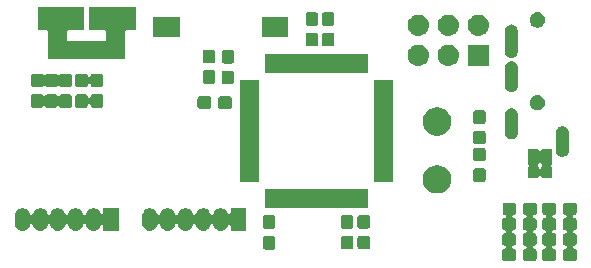
<source format=gbr>
G04 #@! TF.GenerationSoftware,KiCad,Pcbnew,(5.0.2)-1*
G04 #@! TF.CreationDate,2020-06-20T19:19:36+09:00*
G04 #@! TF.ProjectId,controller,636f6e74-726f-46c6-9c65-722e6b696361,rev?*
G04 #@! TF.SameCoordinates,Original*
G04 #@! TF.FileFunction,Soldermask,Bot*
G04 #@! TF.FilePolarity,Negative*
%FSLAX46Y46*%
G04 Gerber Fmt 4.6, Leading zero omitted, Abs format (unit mm)*
G04 Created by KiCad (PCBNEW (5.0.2)-1) date 2020/06/20 19:19:36*
%MOMM*%
%LPD*%
G01*
G04 APERTURE LIST*
%ADD10C,0.100000*%
G04 APERTURE END LIST*
D10*
G36*
X99270485Y-66974209D02*
X99307979Y-66985583D01*
X99342543Y-67004058D01*
X99372833Y-67028917D01*
X99397692Y-67059207D01*
X99416167Y-67093771D01*
X99427541Y-67131265D01*
X99431986Y-67176402D01*
X99431986Y-67815126D01*
X99427541Y-67860263D01*
X99416167Y-67897757D01*
X99397692Y-67932321D01*
X99372833Y-67962611D01*
X99342543Y-67987470D01*
X99307979Y-68005945D01*
X99270485Y-68017319D01*
X99229389Y-68021366D01*
X99205355Y-68026146D01*
X99182716Y-68035523D01*
X99162341Y-68049137D01*
X99145014Y-68066464D01*
X99131400Y-68086839D01*
X99122023Y-68109478D01*
X99117242Y-68133511D01*
X99117242Y-68158015D01*
X99122022Y-68182049D01*
X99131399Y-68204688D01*
X99145013Y-68225063D01*
X99162340Y-68242390D01*
X99182715Y-68256004D01*
X99205354Y-68265381D01*
X99229389Y-68270162D01*
X99270485Y-68274209D01*
X99307979Y-68285583D01*
X99342543Y-68304058D01*
X99372833Y-68328917D01*
X99397692Y-68359207D01*
X99416167Y-68393771D01*
X99427541Y-68431265D01*
X99431986Y-68476402D01*
X99431986Y-69115126D01*
X99427541Y-69160263D01*
X99416167Y-69197757D01*
X99397692Y-69232321D01*
X99372833Y-69262611D01*
X99342543Y-69287470D01*
X99307979Y-69305945D01*
X99270485Y-69317319D01*
X99229389Y-69321366D01*
X99205355Y-69326146D01*
X99182716Y-69335523D01*
X99162341Y-69349137D01*
X99145014Y-69366464D01*
X99131400Y-69386839D01*
X99122023Y-69409478D01*
X99117242Y-69433511D01*
X99117242Y-69458015D01*
X99122022Y-69482049D01*
X99131399Y-69504688D01*
X99145013Y-69525063D01*
X99162340Y-69542390D01*
X99182715Y-69556004D01*
X99205354Y-69565381D01*
X99229389Y-69570162D01*
X99270485Y-69574209D01*
X99307979Y-69585583D01*
X99342543Y-69604058D01*
X99372833Y-69628917D01*
X99397692Y-69659207D01*
X99416167Y-69693771D01*
X99427541Y-69731265D01*
X99431986Y-69776402D01*
X99431986Y-70415126D01*
X99427541Y-70460263D01*
X99416167Y-70497757D01*
X99397692Y-70532321D01*
X99372833Y-70562611D01*
X99342543Y-70587470D01*
X99307979Y-70605945D01*
X99270485Y-70617319D01*
X99229389Y-70621366D01*
X99205355Y-70626146D01*
X99182716Y-70635523D01*
X99162341Y-70649137D01*
X99145014Y-70666464D01*
X99131400Y-70686839D01*
X99122023Y-70709478D01*
X99117242Y-70733511D01*
X99117242Y-70758015D01*
X99122022Y-70782049D01*
X99131399Y-70804688D01*
X99145013Y-70825063D01*
X99162340Y-70842390D01*
X99182715Y-70856004D01*
X99205354Y-70865381D01*
X99229389Y-70870162D01*
X99270485Y-70874209D01*
X99307979Y-70885583D01*
X99342543Y-70904058D01*
X99372833Y-70928917D01*
X99397692Y-70959207D01*
X99416167Y-70993771D01*
X99427541Y-71031265D01*
X99431986Y-71076402D01*
X99431986Y-71715126D01*
X99427541Y-71760263D01*
X99416167Y-71797757D01*
X99397692Y-71832321D01*
X99372833Y-71862611D01*
X99342543Y-71887470D01*
X99307979Y-71905945D01*
X99270485Y-71917319D01*
X99225348Y-71921764D01*
X98486624Y-71921764D01*
X98441487Y-71917319D01*
X98403993Y-71905945D01*
X98369429Y-71887470D01*
X98339139Y-71862611D01*
X98314280Y-71832321D01*
X98295805Y-71797757D01*
X98284431Y-71760263D01*
X98279986Y-71715126D01*
X98279986Y-71076402D01*
X98284431Y-71031265D01*
X98295805Y-70993771D01*
X98314280Y-70959207D01*
X98339139Y-70928917D01*
X98369429Y-70904058D01*
X98403993Y-70885583D01*
X98441487Y-70874209D01*
X98482583Y-70870162D01*
X98506617Y-70865382D01*
X98529256Y-70856005D01*
X98549631Y-70842391D01*
X98566958Y-70825064D01*
X98580572Y-70804689D01*
X98589949Y-70782050D01*
X98594730Y-70758017D01*
X98594730Y-70733513D01*
X98589950Y-70709479D01*
X98580573Y-70686840D01*
X98566959Y-70666465D01*
X98549632Y-70649138D01*
X98529257Y-70635524D01*
X98506618Y-70626147D01*
X98482583Y-70621366D01*
X98441487Y-70617319D01*
X98403993Y-70605945D01*
X98369429Y-70587470D01*
X98339139Y-70562611D01*
X98314280Y-70532321D01*
X98295805Y-70497757D01*
X98284431Y-70460263D01*
X98279986Y-70415126D01*
X98279986Y-69776402D01*
X98284431Y-69731265D01*
X98295805Y-69693771D01*
X98314280Y-69659207D01*
X98339139Y-69628917D01*
X98369429Y-69604058D01*
X98403993Y-69585583D01*
X98441487Y-69574209D01*
X98482583Y-69570162D01*
X98506617Y-69565382D01*
X98529256Y-69556005D01*
X98549631Y-69542391D01*
X98566958Y-69525064D01*
X98580572Y-69504689D01*
X98589949Y-69482050D01*
X98594730Y-69458017D01*
X98594730Y-69433513D01*
X98589950Y-69409479D01*
X98580573Y-69386840D01*
X98566959Y-69366465D01*
X98549632Y-69349138D01*
X98529257Y-69335524D01*
X98506618Y-69326147D01*
X98482583Y-69321366D01*
X98441487Y-69317319D01*
X98403993Y-69305945D01*
X98369429Y-69287470D01*
X98339139Y-69262611D01*
X98314280Y-69232321D01*
X98295805Y-69197757D01*
X98284431Y-69160263D01*
X98279986Y-69115126D01*
X98279986Y-68476402D01*
X98284431Y-68431265D01*
X98295805Y-68393771D01*
X98314280Y-68359207D01*
X98339139Y-68328917D01*
X98369429Y-68304058D01*
X98403993Y-68285583D01*
X98441487Y-68274209D01*
X98482583Y-68270162D01*
X98506617Y-68265382D01*
X98529256Y-68256005D01*
X98549631Y-68242391D01*
X98566958Y-68225064D01*
X98580572Y-68204689D01*
X98589949Y-68182050D01*
X98594730Y-68158017D01*
X98594730Y-68133513D01*
X98589950Y-68109479D01*
X98580573Y-68086840D01*
X98566959Y-68066465D01*
X98549632Y-68049138D01*
X98529257Y-68035524D01*
X98506618Y-68026147D01*
X98482583Y-68021366D01*
X98441487Y-68017319D01*
X98403993Y-68005945D01*
X98369429Y-67987470D01*
X98339139Y-67962611D01*
X98314280Y-67932321D01*
X98295805Y-67897757D01*
X98284431Y-67860263D01*
X98279986Y-67815126D01*
X98279986Y-67176402D01*
X98284431Y-67131265D01*
X98295805Y-67093771D01*
X98314280Y-67059207D01*
X98339139Y-67028917D01*
X98369429Y-67004058D01*
X98403993Y-66985583D01*
X98441487Y-66974209D01*
X98486624Y-66969764D01*
X99225348Y-66969764D01*
X99270485Y-66974209D01*
X99270485Y-66974209D01*
G37*
G36*
X97520485Y-66974209D02*
X97557979Y-66985583D01*
X97592543Y-67004058D01*
X97622833Y-67028917D01*
X97647692Y-67059207D01*
X97666167Y-67093771D01*
X97677541Y-67131265D01*
X97681986Y-67176402D01*
X97681986Y-67815126D01*
X97677541Y-67860263D01*
X97666167Y-67897757D01*
X97647692Y-67932321D01*
X97622833Y-67962611D01*
X97592543Y-67987470D01*
X97557979Y-68005945D01*
X97520485Y-68017319D01*
X97479389Y-68021366D01*
X97455355Y-68026146D01*
X97432716Y-68035523D01*
X97412341Y-68049137D01*
X97395014Y-68066464D01*
X97381400Y-68086839D01*
X97372023Y-68109478D01*
X97367242Y-68133511D01*
X97367242Y-68158015D01*
X97372022Y-68182049D01*
X97381399Y-68204688D01*
X97395013Y-68225063D01*
X97412340Y-68242390D01*
X97432715Y-68256004D01*
X97455354Y-68265381D01*
X97479389Y-68270162D01*
X97520485Y-68274209D01*
X97557979Y-68285583D01*
X97592543Y-68304058D01*
X97622833Y-68328917D01*
X97647692Y-68359207D01*
X97666167Y-68393771D01*
X97677541Y-68431265D01*
X97681986Y-68476402D01*
X97681986Y-69115126D01*
X97677541Y-69160263D01*
X97666167Y-69197757D01*
X97647692Y-69232321D01*
X97622833Y-69262611D01*
X97592543Y-69287470D01*
X97557979Y-69305945D01*
X97520485Y-69317319D01*
X97479389Y-69321366D01*
X97455355Y-69326146D01*
X97432716Y-69335523D01*
X97412341Y-69349137D01*
X97395014Y-69366464D01*
X97381400Y-69386839D01*
X97372023Y-69409478D01*
X97367242Y-69433511D01*
X97367242Y-69458015D01*
X97372022Y-69482049D01*
X97381399Y-69504688D01*
X97395013Y-69525063D01*
X97412340Y-69542390D01*
X97432715Y-69556004D01*
X97455354Y-69565381D01*
X97479389Y-69570162D01*
X97520485Y-69574209D01*
X97557979Y-69585583D01*
X97592543Y-69604058D01*
X97622833Y-69628917D01*
X97647692Y-69659207D01*
X97666167Y-69693771D01*
X97677541Y-69731265D01*
X97681986Y-69776402D01*
X97681986Y-70415126D01*
X97677541Y-70460263D01*
X97666167Y-70497757D01*
X97647692Y-70532321D01*
X97622833Y-70562611D01*
X97592543Y-70587470D01*
X97557979Y-70605945D01*
X97520485Y-70617319D01*
X97479389Y-70621366D01*
X97455355Y-70626146D01*
X97432716Y-70635523D01*
X97412341Y-70649137D01*
X97395014Y-70666464D01*
X97381400Y-70686839D01*
X97372023Y-70709478D01*
X97367242Y-70733511D01*
X97367242Y-70758015D01*
X97372022Y-70782049D01*
X97381399Y-70804688D01*
X97395013Y-70825063D01*
X97412340Y-70842390D01*
X97432715Y-70856004D01*
X97455354Y-70865381D01*
X97479389Y-70870162D01*
X97520485Y-70874209D01*
X97557979Y-70885583D01*
X97592543Y-70904058D01*
X97622833Y-70928917D01*
X97647692Y-70959207D01*
X97666167Y-70993771D01*
X97677541Y-71031265D01*
X97681986Y-71076402D01*
X97681986Y-71715126D01*
X97677541Y-71760263D01*
X97666167Y-71797757D01*
X97647692Y-71832321D01*
X97622833Y-71862611D01*
X97592543Y-71887470D01*
X97557979Y-71905945D01*
X97520485Y-71917319D01*
X97475348Y-71921764D01*
X96736624Y-71921764D01*
X96691487Y-71917319D01*
X96653993Y-71905945D01*
X96619429Y-71887470D01*
X96589139Y-71862611D01*
X96564280Y-71832321D01*
X96545805Y-71797757D01*
X96534431Y-71760263D01*
X96529986Y-71715126D01*
X96529986Y-71076402D01*
X96534431Y-71031265D01*
X96545805Y-70993771D01*
X96564280Y-70959207D01*
X96589139Y-70928917D01*
X96619429Y-70904058D01*
X96653993Y-70885583D01*
X96691487Y-70874209D01*
X96732583Y-70870162D01*
X96756617Y-70865382D01*
X96779256Y-70856005D01*
X96799631Y-70842391D01*
X96816958Y-70825064D01*
X96830572Y-70804689D01*
X96839949Y-70782050D01*
X96844730Y-70758017D01*
X96844730Y-70733513D01*
X96839950Y-70709479D01*
X96830573Y-70686840D01*
X96816959Y-70666465D01*
X96799632Y-70649138D01*
X96779257Y-70635524D01*
X96756618Y-70626147D01*
X96732583Y-70621366D01*
X96691487Y-70617319D01*
X96653993Y-70605945D01*
X96619429Y-70587470D01*
X96589139Y-70562611D01*
X96564280Y-70532321D01*
X96545805Y-70497757D01*
X96534431Y-70460263D01*
X96529986Y-70415126D01*
X96529986Y-69776402D01*
X96534431Y-69731265D01*
X96545805Y-69693771D01*
X96564280Y-69659207D01*
X96589139Y-69628917D01*
X96619429Y-69604058D01*
X96653993Y-69585583D01*
X96691487Y-69574209D01*
X96732583Y-69570162D01*
X96756617Y-69565382D01*
X96779256Y-69556005D01*
X96799631Y-69542391D01*
X96816958Y-69525064D01*
X96830572Y-69504689D01*
X96839949Y-69482050D01*
X96844730Y-69458017D01*
X96844730Y-69433513D01*
X96839950Y-69409479D01*
X96830573Y-69386840D01*
X96816959Y-69366465D01*
X96799632Y-69349138D01*
X96779257Y-69335524D01*
X96756618Y-69326147D01*
X96732583Y-69321366D01*
X96691487Y-69317319D01*
X96653993Y-69305945D01*
X96619429Y-69287470D01*
X96589139Y-69262611D01*
X96564280Y-69232321D01*
X96545805Y-69197757D01*
X96534431Y-69160263D01*
X96529986Y-69115126D01*
X96529986Y-68476402D01*
X96534431Y-68431265D01*
X96545805Y-68393771D01*
X96564280Y-68359207D01*
X96589139Y-68328917D01*
X96619429Y-68304058D01*
X96653993Y-68285583D01*
X96691487Y-68274209D01*
X96732583Y-68270162D01*
X96756617Y-68265382D01*
X96779256Y-68256005D01*
X96799631Y-68242391D01*
X96816958Y-68225064D01*
X96830572Y-68204689D01*
X96839949Y-68182050D01*
X96844730Y-68158017D01*
X96844730Y-68133513D01*
X96839950Y-68109479D01*
X96830573Y-68086840D01*
X96816959Y-68066465D01*
X96799632Y-68049138D01*
X96779257Y-68035524D01*
X96756618Y-68026147D01*
X96732583Y-68021366D01*
X96691487Y-68017319D01*
X96653993Y-68005945D01*
X96619429Y-67987470D01*
X96589139Y-67962611D01*
X96564280Y-67932321D01*
X96545805Y-67897757D01*
X96534431Y-67860263D01*
X96529986Y-67815126D01*
X96529986Y-67176402D01*
X96534431Y-67131265D01*
X96545805Y-67093771D01*
X96564280Y-67059207D01*
X96589139Y-67028917D01*
X96619429Y-67004058D01*
X96653993Y-66985583D01*
X96691487Y-66974209D01*
X96736624Y-66969764D01*
X97475348Y-66969764D01*
X97520485Y-66974209D01*
X97520485Y-66974209D01*
G37*
G36*
X95895485Y-66974209D02*
X95932979Y-66985583D01*
X95967543Y-67004058D01*
X95997833Y-67028917D01*
X96022692Y-67059207D01*
X96041167Y-67093771D01*
X96052541Y-67131265D01*
X96056986Y-67176402D01*
X96056986Y-67815126D01*
X96052541Y-67860263D01*
X96041167Y-67897757D01*
X96022692Y-67932321D01*
X95997833Y-67962611D01*
X95967543Y-67987470D01*
X95932979Y-68005945D01*
X95895485Y-68017319D01*
X95844235Y-68022366D01*
X95844249Y-68022507D01*
X95827408Y-68024166D01*
X95803959Y-68031279D01*
X95782348Y-68042830D01*
X95763406Y-68058376D01*
X95747860Y-68077318D01*
X95736309Y-68098929D01*
X95729196Y-68122378D01*
X95726794Y-68146764D01*
X95729196Y-68171150D01*
X95736309Y-68194599D01*
X95747860Y-68216210D01*
X95763406Y-68235152D01*
X95782348Y-68250698D01*
X95803959Y-68262249D01*
X95827408Y-68269362D01*
X95839543Y-68271162D01*
X95870485Y-68274209D01*
X95907979Y-68285583D01*
X95942543Y-68304058D01*
X95972833Y-68328917D01*
X95997692Y-68359207D01*
X96016167Y-68393771D01*
X96027541Y-68431265D01*
X96031986Y-68476402D01*
X96031986Y-69115126D01*
X96027541Y-69160263D01*
X96016167Y-69197757D01*
X95997692Y-69232321D01*
X95972833Y-69262611D01*
X95942543Y-69287470D01*
X95907979Y-69305945D01*
X95870485Y-69317319D01*
X95829389Y-69321366D01*
X95805355Y-69326146D01*
X95782716Y-69335523D01*
X95762341Y-69349137D01*
X95745014Y-69366464D01*
X95731400Y-69386839D01*
X95722023Y-69409478D01*
X95717242Y-69433511D01*
X95717242Y-69458015D01*
X95722022Y-69482049D01*
X95731399Y-69504688D01*
X95745013Y-69525063D01*
X95762340Y-69542390D01*
X95782715Y-69556004D01*
X95805354Y-69565381D01*
X95829389Y-69570162D01*
X95870485Y-69574209D01*
X95907979Y-69585583D01*
X95942543Y-69604058D01*
X95972833Y-69628917D01*
X95997692Y-69659207D01*
X96016167Y-69693771D01*
X96027541Y-69731265D01*
X96031986Y-69776402D01*
X96031986Y-70415126D01*
X96027541Y-70460263D01*
X96016167Y-70497757D01*
X95997692Y-70532321D01*
X95972833Y-70562611D01*
X95942543Y-70587470D01*
X95907979Y-70605945D01*
X95870485Y-70617319D01*
X95829389Y-70621366D01*
X95805355Y-70626146D01*
X95782716Y-70635523D01*
X95762341Y-70649137D01*
X95745014Y-70666464D01*
X95731400Y-70686839D01*
X95722023Y-70709478D01*
X95717242Y-70733511D01*
X95717242Y-70758015D01*
X95722022Y-70782049D01*
X95731399Y-70804688D01*
X95745013Y-70825063D01*
X95762340Y-70842390D01*
X95782715Y-70856004D01*
X95805354Y-70865381D01*
X95829389Y-70870162D01*
X95870485Y-70874209D01*
X95907979Y-70885583D01*
X95942543Y-70904058D01*
X95972833Y-70928917D01*
X95997692Y-70959207D01*
X96016167Y-70993771D01*
X96027541Y-71031265D01*
X96031986Y-71076402D01*
X96031986Y-71715126D01*
X96027541Y-71760263D01*
X96016167Y-71797757D01*
X95997692Y-71832321D01*
X95972833Y-71862611D01*
X95942543Y-71887470D01*
X95907979Y-71905945D01*
X95870485Y-71917319D01*
X95825348Y-71921764D01*
X95086624Y-71921764D01*
X95041487Y-71917319D01*
X95003993Y-71905945D01*
X94969429Y-71887470D01*
X94939139Y-71862611D01*
X94914280Y-71832321D01*
X94895805Y-71797757D01*
X94884431Y-71760263D01*
X94879986Y-71715126D01*
X94879986Y-71076402D01*
X94884431Y-71031265D01*
X94895805Y-70993771D01*
X94914280Y-70959207D01*
X94939139Y-70928917D01*
X94969429Y-70904058D01*
X95003993Y-70885583D01*
X95041487Y-70874209D01*
X95082583Y-70870162D01*
X95106617Y-70865382D01*
X95129256Y-70856005D01*
X95149631Y-70842391D01*
X95166958Y-70825064D01*
X95180572Y-70804689D01*
X95189949Y-70782050D01*
X95194730Y-70758017D01*
X95194730Y-70733513D01*
X95189950Y-70709479D01*
X95180573Y-70686840D01*
X95166959Y-70666465D01*
X95149632Y-70649138D01*
X95129257Y-70635524D01*
X95106618Y-70626147D01*
X95082583Y-70621366D01*
X95041487Y-70617319D01*
X95003993Y-70605945D01*
X94969429Y-70587470D01*
X94939139Y-70562611D01*
X94914280Y-70532321D01*
X94895805Y-70497757D01*
X94884431Y-70460263D01*
X94879986Y-70415126D01*
X94879986Y-69776402D01*
X94884431Y-69731265D01*
X94895805Y-69693771D01*
X94914280Y-69659207D01*
X94939139Y-69628917D01*
X94969429Y-69604058D01*
X95003993Y-69585583D01*
X95041487Y-69574209D01*
X95082583Y-69570162D01*
X95106617Y-69565382D01*
X95129256Y-69556005D01*
X95149631Y-69542391D01*
X95166958Y-69525064D01*
X95180572Y-69504689D01*
X95189949Y-69482050D01*
X95194730Y-69458017D01*
X95194730Y-69433513D01*
X95189950Y-69409479D01*
X95180573Y-69386840D01*
X95166959Y-69366465D01*
X95149632Y-69349138D01*
X95129257Y-69335524D01*
X95106618Y-69326147D01*
X95082583Y-69321366D01*
X95041487Y-69317319D01*
X95003993Y-69305945D01*
X94969429Y-69287470D01*
X94939139Y-69262611D01*
X94914280Y-69232321D01*
X94895805Y-69197757D01*
X94884431Y-69160263D01*
X94879986Y-69115126D01*
X94879986Y-68476402D01*
X94884431Y-68431265D01*
X94895805Y-68393771D01*
X94914280Y-68359207D01*
X94939139Y-68328917D01*
X94969429Y-68304058D01*
X95003993Y-68285583D01*
X95041487Y-68274209D01*
X95092737Y-68269162D01*
X95092723Y-68269021D01*
X95109564Y-68267362D01*
X95133013Y-68260249D01*
X95154624Y-68248698D01*
X95173566Y-68233152D01*
X95189112Y-68214210D01*
X95200663Y-68192599D01*
X95207776Y-68169150D01*
X95210178Y-68144764D01*
X95207776Y-68120378D01*
X95200663Y-68096929D01*
X95189112Y-68075318D01*
X95173566Y-68056376D01*
X95154624Y-68040830D01*
X95133013Y-68029279D01*
X95109564Y-68022166D01*
X95097429Y-68020366D01*
X95066487Y-68017319D01*
X95028993Y-68005945D01*
X94994429Y-67987470D01*
X94964139Y-67962611D01*
X94939280Y-67932321D01*
X94920805Y-67897757D01*
X94909431Y-67860263D01*
X94904986Y-67815126D01*
X94904986Y-67176402D01*
X94909431Y-67131265D01*
X94920805Y-67093771D01*
X94939280Y-67059207D01*
X94964139Y-67028917D01*
X94994429Y-67004058D01*
X95028993Y-66985583D01*
X95066487Y-66974209D01*
X95111624Y-66969764D01*
X95850348Y-66969764D01*
X95895485Y-66974209D01*
X95895485Y-66974209D01*
G37*
G36*
X94145485Y-66974209D02*
X94182979Y-66985583D01*
X94217543Y-67004058D01*
X94247833Y-67028917D01*
X94272692Y-67059207D01*
X94291167Y-67093771D01*
X94302541Y-67131265D01*
X94306986Y-67176402D01*
X94306986Y-67815126D01*
X94302541Y-67860263D01*
X94291167Y-67897757D01*
X94272692Y-67932321D01*
X94247833Y-67962611D01*
X94217543Y-67987470D01*
X94182979Y-68005945D01*
X94145485Y-68017319D01*
X94094235Y-68022366D01*
X94094249Y-68022507D01*
X94077408Y-68024166D01*
X94053959Y-68031279D01*
X94032348Y-68042830D01*
X94013406Y-68058376D01*
X93997860Y-68077318D01*
X93986309Y-68098929D01*
X93979196Y-68122378D01*
X93976794Y-68146764D01*
X93979196Y-68171150D01*
X93986309Y-68194599D01*
X93997860Y-68216210D01*
X94013406Y-68235152D01*
X94032348Y-68250698D01*
X94053959Y-68262249D01*
X94077408Y-68269362D01*
X94089543Y-68271162D01*
X94120485Y-68274209D01*
X94157979Y-68285583D01*
X94192543Y-68304058D01*
X94222833Y-68328917D01*
X94247692Y-68359207D01*
X94266167Y-68393771D01*
X94277541Y-68431265D01*
X94281986Y-68476402D01*
X94281986Y-69115126D01*
X94277541Y-69160263D01*
X94266167Y-69197757D01*
X94247692Y-69232321D01*
X94222833Y-69262611D01*
X94192543Y-69287470D01*
X94157979Y-69305945D01*
X94120485Y-69317319D01*
X94079389Y-69321366D01*
X94055355Y-69326146D01*
X94032716Y-69335523D01*
X94012341Y-69349137D01*
X93995014Y-69366464D01*
X93981400Y-69386839D01*
X93972023Y-69409478D01*
X93967242Y-69433511D01*
X93967242Y-69458015D01*
X93972022Y-69482049D01*
X93981399Y-69504688D01*
X93995013Y-69525063D01*
X94012340Y-69542390D01*
X94032715Y-69556004D01*
X94055354Y-69565381D01*
X94079389Y-69570162D01*
X94120485Y-69574209D01*
X94157979Y-69585583D01*
X94192543Y-69604058D01*
X94222833Y-69628917D01*
X94247692Y-69659207D01*
X94266167Y-69693771D01*
X94277541Y-69731265D01*
X94281986Y-69776402D01*
X94281986Y-70415126D01*
X94277541Y-70460263D01*
X94266167Y-70497757D01*
X94247692Y-70532321D01*
X94222833Y-70562611D01*
X94192543Y-70587470D01*
X94157979Y-70605945D01*
X94120485Y-70617319D01*
X94079389Y-70621366D01*
X94055355Y-70626146D01*
X94032716Y-70635523D01*
X94012341Y-70649137D01*
X93995014Y-70666464D01*
X93981400Y-70686839D01*
X93972023Y-70709478D01*
X93967242Y-70733511D01*
X93967242Y-70758015D01*
X93972022Y-70782049D01*
X93981399Y-70804688D01*
X93995013Y-70825063D01*
X94012340Y-70842390D01*
X94032715Y-70856004D01*
X94055354Y-70865381D01*
X94079389Y-70870162D01*
X94120485Y-70874209D01*
X94157979Y-70885583D01*
X94192543Y-70904058D01*
X94222833Y-70928917D01*
X94247692Y-70959207D01*
X94266167Y-70993771D01*
X94277541Y-71031265D01*
X94281986Y-71076402D01*
X94281986Y-71715126D01*
X94277541Y-71760263D01*
X94266167Y-71797757D01*
X94247692Y-71832321D01*
X94222833Y-71862611D01*
X94192543Y-71887470D01*
X94157979Y-71905945D01*
X94120485Y-71917319D01*
X94075348Y-71921764D01*
X93336624Y-71921764D01*
X93291487Y-71917319D01*
X93253993Y-71905945D01*
X93219429Y-71887470D01*
X93189139Y-71862611D01*
X93164280Y-71832321D01*
X93145805Y-71797757D01*
X93134431Y-71760263D01*
X93129986Y-71715126D01*
X93129986Y-71076402D01*
X93134431Y-71031265D01*
X93145805Y-70993771D01*
X93164280Y-70959207D01*
X93189139Y-70928917D01*
X93219429Y-70904058D01*
X93253993Y-70885583D01*
X93291487Y-70874209D01*
X93332583Y-70870162D01*
X93356617Y-70865382D01*
X93379256Y-70856005D01*
X93399631Y-70842391D01*
X93416958Y-70825064D01*
X93430572Y-70804689D01*
X93439949Y-70782050D01*
X93444730Y-70758017D01*
X93444730Y-70733513D01*
X93439950Y-70709479D01*
X93430573Y-70686840D01*
X93416959Y-70666465D01*
X93399632Y-70649138D01*
X93379257Y-70635524D01*
X93356618Y-70626147D01*
X93332583Y-70621366D01*
X93291487Y-70617319D01*
X93253993Y-70605945D01*
X93219429Y-70587470D01*
X93189139Y-70562611D01*
X93164280Y-70532321D01*
X93145805Y-70497757D01*
X93134431Y-70460263D01*
X93129986Y-70415126D01*
X93129986Y-69776402D01*
X93134431Y-69731265D01*
X93145805Y-69693771D01*
X93164280Y-69659207D01*
X93189139Y-69628917D01*
X93219429Y-69604058D01*
X93253993Y-69585583D01*
X93291487Y-69574209D01*
X93332583Y-69570162D01*
X93356617Y-69565382D01*
X93379256Y-69556005D01*
X93399631Y-69542391D01*
X93416958Y-69525064D01*
X93430572Y-69504689D01*
X93439949Y-69482050D01*
X93444730Y-69458017D01*
X93444730Y-69433513D01*
X93439950Y-69409479D01*
X93430573Y-69386840D01*
X93416959Y-69366465D01*
X93399632Y-69349138D01*
X93379257Y-69335524D01*
X93356618Y-69326147D01*
X93332583Y-69321366D01*
X93291487Y-69317319D01*
X93253993Y-69305945D01*
X93219429Y-69287470D01*
X93189139Y-69262611D01*
X93164280Y-69232321D01*
X93145805Y-69197757D01*
X93134431Y-69160263D01*
X93129986Y-69115126D01*
X93129986Y-68476402D01*
X93134431Y-68431265D01*
X93145805Y-68393771D01*
X93164280Y-68359207D01*
X93189139Y-68328917D01*
X93219429Y-68304058D01*
X93253993Y-68285583D01*
X93291487Y-68274209D01*
X93342737Y-68269162D01*
X93342723Y-68269021D01*
X93359564Y-68267362D01*
X93383013Y-68260249D01*
X93404624Y-68248698D01*
X93423566Y-68233152D01*
X93439112Y-68214210D01*
X93450663Y-68192599D01*
X93457776Y-68169150D01*
X93460178Y-68144764D01*
X93457776Y-68120378D01*
X93450663Y-68096929D01*
X93439112Y-68075318D01*
X93423566Y-68056376D01*
X93404624Y-68040830D01*
X93383013Y-68029279D01*
X93359564Y-68022166D01*
X93347429Y-68020366D01*
X93316487Y-68017319D01*
X93278993Y-68005945D01*
X93244429Y-67987470D01*
X93214139Y-67962611D01*
X93189280Y-67932321D01*
X93170805Y-67897757D01*
X93159431Y-67860263D01*
X93154986Y-67815126D01*
X93154986Y-67176402D01*
X93159431Y-67131265D01*
X93170805Y-67093771D01*
X93189280Y-67059207D01*
X93214139Y-67028917D01*
X93244429Y-67004058D01*
X93278993Y-66985583D01*
X93316487Y-66974209D01*
X93361624Y-66969764D01*
X94100348Y-66969764D01*
X94145485Y-66974209D01*
X94145485Y-66974209D01*
G37*
G36*
X73764499Y-69803445D02*
X73801993Y-69814819D01*
X73836557Y-69833294D01*
X73866847Y-69858153D01*
X73891706Y-69888443D01*
X73910181Y-69923007D01*
X73921555Y-69960501D01*
X73926000Y-70005638D01*
X73926000Y-70744362D01*
X73921555Y-70789499D01*
X73910181Y-70826993D01*
X73891706Y-70861557D01*
X73866847Y-70891847D01*
X73836557Y-70916706D01*
X73801993Y-70935181D01*
X73764499Y-70946555D01*
X73719362Y-70951000D01*
X73080638Y-70951000D01*
X73035501Y-70946555D01*
X72998007Y-70935181D01*
X72963443Y-70916706D01*
X72933153Y-70891847D01*
X72908294Y-70861557D01*
X72889819Y-70826993D01*
X72878445Y-70789499D01*
X72874000Y-70744362D01*
X72874000Y-70005638D01*
X72878445Y-69960501D01*
X72889819Y-69923007D01*
X72908294Y-69888443D01*
X72933153Y-69858153D01*
X72963443Y-69833294D01*
X72998007Y-69814819D01*
X73035501Y-69803445D01*
X73080638Y-69799000D01*
X73719362Y-69799000D01*
X73764499Y-69803445D01*
X73764499Y-69803445D01*
G37*
G36*
X80364499Y-69778445D02*
X80401993Y-69789819D01*
X80436557Y-69808294D01*
X80466847Y-69833153D01*
X80491706Y-69863443D01*
X80510181Y-69898007D01*
X80521555Y-69935501D01*
X80526000Y-69980638D01*
X80526000Y-70719362D01*
X80521555Y-70764499D01*
X80510181Y-70801993D01*
X80491706Y-70836557D01*
X80466847Y-70866847D01*
X80436557Y-70891706D01*
X80401993Y-70910181D01*
X80364499Y-70921555D01*
X80319362Y-70926000D01*
X79680638Y-70926000D01*
X79635501Y-70921555D01*
X79598007Y-70910181D01*
X79563443Y-70891706D01*
X79533153Y-70866847D01*
X79508294Y-70836557D01*
X79489819Y-70801993D01*
X79478445Y-70764499D01*
X79474000Y-70719362D01*
X79474000Y-69980638D01*
X79478445Y-69935501D01*
X79489819Y-69898007D01*
X79508294Y-69863443D01*
X79533153Y-69833153D01*
X79563443Y-69808294D01*
X79598007Y-69789819D01*
X79635501Y-69778445D01*
X79680638Y-69774000D01*
X80319362Y-69774000D01*
X80364499Y-69778445D01*
X80364499Y-69778445D01*
G37*
G36*
X81764499Y-69778445D02*
X81801993Y-69789819D01*
X81836557Y-69808294D01*
X81866847Y-69833153D01*
X81891706Y-69863443D01*
X81910181Y-69898007D01*
X81921555Y-69935501D01*
X81926000Y-69980638D01*
X81926000Y-70719362D01*
X81921555Y-70764499D01*
X81910181Y-70801993D01*
X81891706Y-70836557D01*
X81866847Y-70866847D01*
X81836557Y-70891706D01*
X81801993Y-70910181D01*
X81764499Y-70921555D01*
X81719362Y-70926000D01*
X81080638Y-70926000D01*
X81035501Y-70921555D01*
X80998007Y-70910181D01*
X80963443Y-70891706D01*
X80933153Y-70866847D01*
X80908294Y-70836557D01*
X80889819Y-70801993D01*
X80878445Y-70764499D01*
X80874000Y-70719362D01*
X80874000Y-69980638D01*
X80878445Y-69935501D01*
X80889819Y-69898007D01*
X80908294Y-69863443D01*
X80933153Y-69833153D01*
X80963443Y-69808294D01*
X80998007Y-69789819D01*
X81035501Y-69778445D01*
X81080638Y-69774000D01*
X81719362Y-69774000D01*
X81764499Y-69778445D01*
X81764499Y-69778445D01*
G37*
G36*
X69427618Y-67458420D02*
X69509427Y-67483237D01*
X69550333Y-67495645D01*
X69650491Y-67549181D01*
X69663426Y-67556095D01*
X69762553Y-67637447D01*
X69843905Y-67736574D01*
X69843906Y-67736576D01*
X69904355Y-67849667D01*
X69904382Y-67849757D01*
X69913760Y-67872396D01*
X69927374Y-67892771D01*
X69944701Y-67910098D01*
X69965075Y-67923712D01*
X69987714Y-67933089D01*
X70011748Y-67937870D01*
X70036252Y-67937870D01*
X70060285Y-67933090D01*
X70082924Y-67923712D01*
X70103299Y-67910098D01*
X70120626Y-67892771D01*
X70134240Y-67872397D01*
X70143617Y-67849758D01*
X70148398Y-67825724D01*
X70149000Y-67813472D01*
X70149000Y-67449000D01*
X71451000Y-67449000D01*
X71451000Y-69351000D01*
X70149000Y-69351000D01*
X70149000Y-68986528D01*
X70146598Y-68962142D01*
X70139485Y-68938693D01*
X70127934Y-68917082D01*
X70112388Y-68898140D01*
X70093446Y-68882594D01*
X70071835Y-68871043D01*
X70048386Y-68863930D01*
X70024000Y-68861528D01*
X69999614Y-68863930D01*
X69976165Y-68871043D01*
X69954554Y-68882594D01*
X69935612Y-68898140D01*
X69920066Y-68917082D01*
X69908515Y-68938693D01*
X69904382Y-68950243D01*
X69904355Y-68950333D01*
X69870513Y-69013646D01*
X69843905Y-69063426D01*
X69762553Y-69162553D01*
X69762551Y-69162555D01*
X69696468Y-69216788D01*
X69663425Y-69243905D01*
X69610782Y-69272043D01*
X69550332Y-69304355D01*
X69509599Y-69316711D01*
X69427617Y-69341580D01*
X69300000Y-69354149D01*
X69172382Y-69341580D01*
X69090400Y-69316711D01*
X69049667Y-69304355D01*
X68936576Y-69243906D01*
X68936574Y-69243905D01*
X68837447Y-69162553D01*
X68835568Y-69160263D01*
X68756096Y-69063426D01*
X68756095Y-69063424D01*
X68716479Y-68989309D01*
X68695645Y-68950332D01*
X68669618Y-68864531D01*
X68660240Y-68841892D01*
X68646626Y-68821517D01*
X68629299Y-68804190D01*
X68608925Y-68790576D01*
X68586286Y-68781199D01*
X68562252Y-68776418D01*
X68537748Y-68776418D01*
X68513715Y-68781198D01*
X68491076Y-68790576D01*
X68470701Y-68804190D01*
X68453374Y-68821517D01*
X68439760Y-68841891D01*
X68430384Y-68864526D01*
X68428407Y-68871043D01*
X68404355Y-68950333D01*
X68370513Y-69013646D01*
X68343905Y-69063426D01*
X68262553Y-69162553D01*
X68262551Y-69162555D01*
X68196468Y-69216788D01*
X68163425Y-69243905D01*
X68110782Y-69272043D01*
X68050332Y-69304355D01*
X68009599Y-69316711D01*
X67927617Y-69341580D01*
X67800000Y-69354149D01*
X67672382Y-69341580D01*
X67590400Y-69316711D01*
X67549667Y-69304355D01*
X67436576Y-69243906D01*
X67436574Y-69243905D01*
X67337447Y-69162553D01*
X67335568Y-69160263D01*
X67256096Y-69063426D01*
X67256095Y-69063424D01*
X67216479Y-68989309D01*
X67195645Y-68950332D01*
X67169618Y-68864531D01*
X67160240Y-68841892D01*
X67146626Y-68821517D01*
X67129299Y-68804190D01*
X67108925Y-68790576D01*
X67086286Y-68781199D01*
X67062252Y-68776418D01*
X67037748Y-68776418D01*
X67013715Y-68781198D01*
X66991076Y-68790576D01*
X66970701Y-68804190D01*
X66953374Y-68821517D01*
X66939760Y-68841891D01*
X66930384Y-68864526D01*
X66928407Y-68871043D01*
X66904355Y-68950333D01*
X66870513Y-69013646D01*
X66843905Y-69063426D01*
X66762553Y-69162553D01*
X66762551Y-69162555D01*
X66696468Y-69216788D01*
X66663425Y-69243905D01*
X66610782Y-69272043D01*
X66550332Y-69304355D01*
X66509599Y-69316711D01*
X66427617Y-69341580D01*
X66300000Y-69354149D01*
X66172382Y-69341580D01*
X66090400Y-69316711D01*
X66049667Y-69304355D01*
X65936576Y-69243906D01*
X65936574Y-69243905D01*
X65837447Y-69162553D01*
X65835568Y-69160263D01*
X65756096Y-69063426D01*
X65756095Y-69063424D01*
X65716479Y-68989309D01*
X65695645Y-68950332D01*
X65669618Y-68864531D01*
X65660240Y-68841892D01*
X65646626Y-68821517D01*
X65629299Y-68804190D01*
X65608925Y-68790576D01*
X65586286Y-68781199D01*
X65562252Y-68776418D01*
X65537748Y-68776418D01*
X65513715Y-68781198D01*
X65491076Y-68790576D01*
X65470701Y-68804190D01*
X65453374Y-68821517D01*
X65439760Y-68841891D01*
X65430384Y-68864526D01*
X65428407Y-68871043D01*
X65404355Y-68950333D01*
X65370513Y-69013646D01*
X65343905Y-69063426D01*
X65262553Y-69162553D01*
X65262551Y-69162555D01*
X65196468Y-69216788D01*
X65163425Y-69243905D01*
X65110782Y-69272043D01*
X65050332Y-69304355D01*
X65009599Y-69316711D01*
X64927617Y-69341580D01*
X64800000Y-69354149D01*
X64672382Y-69341580D01*
X64590400Y-69316711D01*
X64549667Y-69304355D01*
X64436576Y-69243906D01*
X64436574Y-69243905D01*
X64337447Y-69162553D01*
X64335568Y-69160263D01*
X64256096Y-69063426D01*
X64256095Y-69063424D01*
X64216479Y-68989309D01*
X64195645Y-68950332D01*
X64169618Y-68864531D01*
X64160240Y-68841892D01*
X64146626Y-68821517D01*
X64129299Y-68804190D01*
X64108925Y-68790576D01*
X64086286Y-68781199D01*
X64062252Y-68776418D01*
X64037748Y-68776418D01*
X64013715Y-68781198D01*
X63991076Y-68790576D01*
X63970701Y-68804190D01*
X63953374Y-68821517D01*
X63939760Y-68841891D01*
X63930384Y-68864526D01*
X63928407Y-68871043D01*
X63904355Y-68950333D01*
X63870513Y-69013646D01*
X63843905Y-69063426D01*
X63762553Y-69162553D01*
X63762551Y-69162555D01*
X63696468Y-69216788D01*
X63663425Y-69243905D01*
X63610782Y-69272043D01*
X63550332Y-69304355D01*
X63509599Y-69316711D01*
X63427617Y-69341580D01*
X63300000Y-69354149D01*
X63172382Y-69341580D01*
X63090400Y-69316711D01*
X63049667Y-69304355D01*
X62936576Y-69243906D01*
X62936574Y-69243905D01*
X62837447Y-69162553D01*
X62835568Y-69160263D01*
X62756096Y-69063426D01*
X62756095Y-69063424D01*
X62716479Y-68989309D01*
X62695645Y-68950332D01*
X62669618Y-68864531D01*
X62658420Y-68827617D01*
X62649000Y-68731972D01*
X62649000Y-68068027D01*
X62649951Y-68058376D01*
X62654772Y-68009424D01*
X62658420Y-67972382D01*
X62688750Y-67872397D01*
X62695645Y-67849667D01*
X62756095Y-67736576D01*
X62756096Y-67736574D01*
X62837448Y-67637447D01*
X62936575Y-67556095D01*
X62949510Y-67549181D01*
X63049668Y-67495645D01*
X63090574Y-67483237D01*
X63172383Y-67458420D01*
X63300000Y-67445851D01*
X63427618Y-67458420D01*
X63509427Y-67483237D01*
X63550333Y-67495645D01*
X63650491Y-67549181D01*
X63663426Y-67556095D01*
X63762553Y-67637447D01*
X63843905Y-67736574D01*
X63843906Y-67736576D01*
X63904355Y-67849667D01*
X63911250Y-67872397D01*
X63930384Y-67935474D01*
X63939760Y-67958108D01*
X63953373Y-67978483D01*
X63970700Y-67995810D01*
X63991075Y-68009424D01*
X64013714Y-68018801D01*
X64037747Y-68023582D01*
X64062252Y-68023582D01*
X64086285Y-68018802D01*
X64108924Y-68009424D01*
X64129299Y-67995811D01*
X64146626Y-67978484D01*
X64160240Y-67958109D01*
X64169616Y-67935474D01*
X64188750Y-67872397D01*
X64195645Y-67849667D01*
X64256095Y-67736576D01*
X64256096Y-67736574D01*
X64337448Y-67637447D01*
X64436575Y-67556095D01*
X64449510Y-67549181D01*
X64549668Y-67495645D01*
X64590574Y-67483237D01*
X64672383Y-67458420D01*
X64800000Y-67445851D01*
X64927618Y-67458420D01*
X65009427Y-67483237D01*
X65050333Y-67495645D01*
X65150491Y-67549181D01*
X65163426Y-67556095D01*
X65262553Y-67637447D01*
X65343905Y-67736574D01*
X65343906Y-67736576D01*
X65404355Y-67849667D01*
X65411250Y-67872397D01*
X65430384Y-67935474D01*
X65439760Y-67958108D01*
X65453373Y-67978483D01*
X65470700Y-67995810D01*
X65491075Y-68009424D01*
X65513714Y-68018801D01*
X65537747Y-68023582D01*
X65562252Y-68023582D01*
X65586285Y-68018802D01*
X65608924Y-68009424D01*
X65629299Y-67995811D01*
X65646626Y-67978484D01*
X65660240Y-67958109D01*
X65669616Y-67935474D01*
X65688750Y-67872397D01*
X65695645Y-67849667D01*
X65756095Y-67736576D01*
X65756096Y-67736574D01*
X65837448Y-67637447D01*
X65936575Y-67556095D01*
X65949510Y-67549181D01*
X66049668Y-67495645D01*
X66090574Y-67483237D01*
X66172383Y-67458420D01*
X66300000Y-67445851D01*
X66427618Y-67458420D01*
X66509427Y-67483237D01*
X66550333Y-67495645D01*
X66650491Y-67549181D01*
X66663426Y-67556095D01*
X66762553Y-67637447D01*
X66843905Y-67736574D01*
X66843906Y-67736576D01*
X66904355Y-67849667D01*
X66911250Y-67872397D01*
X66930384Y-67935474D01*
X66939760Y-67958108D01*
X66953373Y-67978483D01*
X66970700Y-67995810D01*
X66991075Y-68009424D01*
X67013714Y-68018801D01*
X67037747Y-68023582D01*
X67062252Y-68023582D01*
X67086285Y-68018802D01*
X67108924Y-68009424D01*
X67129299Y-67995811D01*
X67146626Y-67978484D01*
X67160240Y-67958109D01*
X67169616Y-67935474D01*
X67188750Y-67872397D01*
X67195645Y-67849667D01*
X67256095Y-67736576D01*
X67256096Y-67736574D01*
X67337448Y-67637447D01*
X67436575Y-67556095D01*
X67449510Y-67549181D01*
X67549668Y-67495645D01*
X67590574Y-67483237D01*
X67672383Y-67458420D01*
X67800000Y-67445851D01*
X67927618Y-67458420D01*
X68009427Y-67483237D01*
X68050333Y-67495645D01*
X68150491Y-67549181D01*
X68163426Y-67556095D01*
X68262553Y-67637447D01*
X68343905Y-67736574D01*
X68343906Y-67736576D01*
X68404355Y-67849667D01*
X68411250Y-67872397D01*
X68430384Y-67935474D01*
X68439760Y-67958108D01*
X68453373Y-67978483D01*
X68470700Y-67995810D01*
X68491075Y-68009424D01*
X68513714Y-68018801D01*
X68537747Y-68023582D01*
X68562252Y-68023582D01*
X68586285Y-68018802D01*
X68608924Y-68009424D01*
X68629299Y-67995811D01*
X68646626Y-67978484D01*
X68660240Y-67958109D01*
X68669616Y-67935474D01*
X68688750Y-67872397D01*
X68695645Y-67849667D01*
X68756095Y-67736576D01*
X68756096Y-67736574D01*
X68837448Y-67637447D01*
X68936575Y-67556095D01*
X68949510Y-67549181D01*
X69049668Y-67495645D01*
X69090574Y-67483237D01*
X69172383Y-67458420D01*
X69300000Y-67445851D01*
X69427618Y-67458420D01*
X69427618Y-67458420D01*
G37*
G36*
X58627618Y-67458420D02*
X58709427Y-67483237D01*
X58750333Y-67495645D01*
X58850491Y-67549181D01*
X58863426Y-67556095D01*
X58962553Y-67637447D01*
X59043905Y-67736574D01*
X59043906Y-67736576D01*
X59104355Y-67849667D01*
X59104382Y-67849757D01*
X59113760Y-67872396D01*
X59127374Y-67892771D01*
X59144701Y-67910098D01*
X59165075Y-67923712D01*
X59187714Y-67933089D01*
X59211748Y-67937870D01*
X59236252Y-67937870D01*
X59260285Y-67933090D01*
X59282924Y-67923712D01*
X59303299Y-67910098D01*
X59320626Y-67892771D01*
X59334240Y-67872397D01*
X59343617Y-67849758D01*
X59348398Y-67825724D01*
X59349000Y-67813472D01*
X59349000Y-67449000D01*
X60651000Y-67449000D01*
X60651000Y-69351000D01*
X59349000Y-69351000D01*
X59349000Y-68986528D01*
X59346598Y-68962142D01*
X59339485Y-68938693D01*
X59327934Y-68917082D01*
X59312388Y-68898140D01*
X59293446Y-68882594D01*
X59271835Y-68871043D01*
X59248386Y-68863930D01*
X59224000Y-68861528D01*
X59199614Y-68863930D01*
X59176165Y-68871043D01*
X59154554Y-68882594D01*
X59135612Y-68898140D01*
X59120066Y-68917082D01*
X59108515Y-68938693D01*
X59104382Y-68950243D01*
X59104355Y-68950333D01*
X59070513Y-69013646D01*
X59043905Y-69063426D01*
X58962553Y-69162553D01*
X58962551Y-69162555D01*
X58896468Y-69216788D01*
X58863425Y-69243905D01*
X58810782Y-69272043D01*
X58750332Y-69304355D01*
X58709599Y-69316711D01*
X58627617Y-69341580D01*
X58500000Y-69354149D01*
X58372382Y-69341580D01*
X58290400Y-69316711D01*
X58249667Y-69304355D01*
X58136576Y-69243906D01*
X58136574Y-69243905D01*
X58037447Y-69162553D01*
X58035568Y-69160263D01*
X57956096Y-69063426D01*
X57956095Y-69063424D01*
X57916479Y-68989309D01*
X57895645Y-68950332D01*
X57869618Y-68864531D01*
X57860240Y-68841892D01*
X57846626Y-68821517D01*
X57829299Y-68804190D01*
X57808925Y-68790576D01*
X57786286Y-68781199D01*
X57762252Y-68776418D01*
X57737748Y-68776418D01*
X57713715Y-68781198D01*
X57691076Y-68790576D01*
X57670701Y-68804190D01*
X57653374Y-68821517D01*
X57639760Y-68841891D01*
X57630384Y-68864526D01*
X57628407Y-68871043D01*
X57604355Y-68950333D01*
X57570513Y-69013646D01*
X57543905Y-69063426D01*
X57462553Y-69162553D01*
X57462551Y-69162555D01*
X57396468Y-69216788D01*
X57363425Y-69243905D01*
X57310782Y-69272043D01*
X57250332Y-69304355D01*
X57209599Y-69316711D01*
X57127617Y-69341580D01*
X57000000Y-69354149D01*
X56872382Y-69341580D01*
X56790400Y-69316711D01*
X56749667Y-69304355D01*
X56636576Y-69243906D01*
X56636574Y-69243905D01*
X56537447Y-69162553D01*
X56535568Y-69160263D01*
X56456096Y-69063426D01*
X56456095Y-69063424D01*
X56416479Y-68989309D01*
X56395645Y-68950332D01*
X56369618Y-68864531D01*
X56360240Y-68841892D01*
X56346626Y-68821517D01*
X56329299Y-68804190D01*
X56308925Y-68790576D01*
X56286286Y-68781199D01*
X56262252Y-68776418D01*
X56237748Y-68776418D01*
X56213715Y-68781198D01*
X56191076Y-68790576D01*
X56170701Y-68804190D01*
X56153374Y-68821517D01*
X56139760Y-68841891D01*
X56130384Y-68864526D01*
X56128407Y-68871043D01*
X56104355Y-68950333D01*
X56070513Y-69013646D01*
X56043905Y-69063426D01*
X55962553Y-69162553D01*
X55962551Y-69162555D01*
X55896468Y-69216788D01*
X55863425Y-69243905D01*
X55810782Y-69272043D01*
X55750332Y-69304355D01*
X55709599Y-69316711D01*
X55627617Y-69341580D01*
X55500000Y-69354149D01*
X55372382Y-69341580D01*
X55290400Y-69316711D01*
X55249667Y-69304355D01*
X55136576Y-69243906D01*
X55136574Y-69243905D01*
X55037447Y-69162553D01*
X55035568Y-69160263D01*
X54956096Y-69063426D01*
X54956095Y-69063424D01*
X54916479Y-68989309D01*
X54895645Y-68950332D01*
X54869618Y-68864531D01*
X54860240Y-68841892D01*
X54846626Y-68821517D01*
X54829299Y-68804190D01*
X54808925Y-68790576D01*
X54786286Y-68781199D01*
X54762252Y-68776418D01*
X54737748Y-68776418D01*
X54713715Y-68781198D01*
X54691076Y-68790576D01*
X54670701Y-68804190D01*
X54653374Y-68821517D01*
X54639760Y-68841891D01*
X54630384Y-68864526D01*
X54628407Y-68871043D01*
X54604355Y-68950333D01*
X54570513Y-69013646D01*
X54543905Y-69063426D01*
X54462553Y-69162553D01*
X54462551Y-69162555D01*
X54396468Y-69216788D01*
X54363425Y-69243905D01*
X54310782Y-69272043D01*
X54250332Y-69304355D01*
X54209599Y-69316711D01*
X54127617Y-69341580D01*
X54000000Y-69354149D01*
X53872382Y-69341580D01*
X53790400Y-69316711D01*
X53749667Y-69304355D01*
X53636576Y-69243906D01*
X53636574Y-69243905D01*
X53537447Y-69162553D01*
X53535568Y-69160263D01*
X53456096Y-69063426D01*
X53456095Y-69063424D01*
X53416479Y-68989309D01*
X53395645Y-68950332D01*
X53369618Y-68864531D01*
X53360240Y-68841892D01*
X53346626Y-68821517D01*
X53329299Y-68804190D01*
X53308925Y-68790576D01*
X53286286Y-68781199D01*
X53262252Y-68776418D01*
X53237748Y-68776418D01*
X53213715Y-68781198D01*
X53191076Y-68790576D01*
X53170701Y-68804190D01*
X53153374Y-68821517D01*
X53139760Y-68841891D01*
X53130384Y-68864526D01*
X53128407Y-68871043D01*
X53104355Y-68950333D01*
X53070513Y-69013646D01*
X53043905Y-69063426D01*
X52962553Y-69162553D01*
X52962551Y-69162555D01*
X52896468Y-69216788D01*
X52863425Y-69243905D01*
X52810782Y-69272043D01*
X52750332Y-69304355D01*
X52709599Y-69316711D01*
X52627617Y-69341580D01*
X52500000Y-69354149D01*
X52372382Y-69341580D01*
X52290400Y-69316711D01*
X52249667Y-69304355D01*
X52136576Y-69243906D01*
X52136574Y-69243905D01*
X52037447Y-69162553D01*
X52035568Y-69160263D01*
X51956096Y-69063426D01*
X51956095Y-69063424D01*
X51916479Y-68989309D01*
X51895645Y-68950332D01*
X51869618Y-68864531D01*
X51858420Y-68827617D01*
X51849000Y-68731972D01*
X51849000Y-68068027D01*
X51849951Y-68058376D01*
X51854772Y-68009424D01*
X51858420Y-67972382D01*
X51888750Y-67872397D01*
X51895645Y-67849667D01*
X51956095Y-67736576D01*
X51956096Y-67736574D01*
X52037448Y-67637447D01*
X52136575Y-67556095D01*
X52149510Y-67549181D01*
X52249668Y-67495645D01*
X52290574Y-67483237D01*
X52372383Y-67458420D01*
X52500000Y-67445851D01*
X52627618Y-67458420D01*
X52709427Y-67483237D01*
X52750333Y-67495645D01*
X52850491Y-67549181D01*
X52863426Y-67556095D01*
X52962553Y-67637447D01*
X53043905Y-67736574D01*
X53043906Y-67736576D01*
X53104355Y-67849667D01*
X53111250Y-67872397D01*
X53130384Y-67935474D01*
X53139760Y-67958108D01*
X53153373Y-67978483D01*
X53170700Y-67995810D01*
X53191075Y-68009424D01*
X53213714Y-68018801D01*
X53237747Y-68023582D01*
X53262252Y-68023582D01*
X53286285Y-68018802D01*
X53308924Y-68009424D01*
X53329299Y-67995811D01*
X53346626Y-67978484D01*
X53360240Y-67958109D01*
X53369616Y-67935474D01*
X53388750Y-67872397D01*
X53395645Y-67849667D01*
X53456095Y-67736576D01*
X53456096Y-67736574D01*
X53537448Y-67637447D01*
X53636575Y-67556095D01*
X53649510Y-67549181D01*
X53749668Y-67495645D01*
X53790574Y-67483237D01*
X53872383Y-67458420D01*
X54000000Y-67445851D01*
X54127618Y-67458420D01*
X54209427Y-67483237D01*
X54250333Y-67495645D01*
X54350491Y-67549181D01*
X54363426Y-67556095D01*
X54462553Y-67637447D01*
X54543905Y-67736574D01*
X54543906Y-67736576D01*
X54604355Y-67849667D01*
X54611250Y-67872397D01*
X54630384Y-67935474D01*
X54639760Y-67958108D01*
X54653373Y-67978483D01*
X54670700Y-67995810D01*
X54691075Y-68009424D01*
X54713714Y-68018801D01*
X54737747Y-68023582D01*
X54762252Y-68023582D01*
X54786285Y-68018802D01*
X54808924Y-68009424D01*
X54829299Y-67995811D01*
X54846626Y-67978484D01*
X54860240Y-67958109D01*
X54869616Y-67935474D01*
X54888750Y-67872397D01*
X54895645Y-67849667D01*
X54956095Y-67736576D01*
X54956096Y-67736574D01*
X55037448Y-67637447D01*
X55136575Y-67556095D01*
X55149510Y-67549181D01*
X55249668Y-67495645D01*
X55290574Y-67483237D01*
X55372383Y-67458420D01*
X55500000Y-67445851D01*
X55627618Y-67458420D01*
X55709427Y-67483237D01*
X55750333Y-67495645D01*
X55850491Y-67549181D01*
X55863426Y-67556095D01*
X55962553Y-67637447D01*
X56043905Y-67736574D01*
X56043906Y-67736576D01*
X56104355Y-67849667D01*
X56111250Y-67872397D01*
X56130384Y-67935474D01*
X56139760Y-67958108D01*
X56153373Y-67978483D01*
X56170700Y-67995810D01*
X56191075Y-68009424D01*
X56213714Y-68018801D01*
X56237747Y-68023582D01*
X56262252Y-68023582D01*
X56286285Y-68018802D01*
X56308924Y-68009424D01*
X56329299Y-67995811D01*
X56346626Y-67978484D01*
X56360240Y-67958109D01*
X56369616Y-67935474D01*
X56388750Y-67872397D01*
X56395645Y-67849667D01*
X56456095Y-67736576D01*
X56456096Y-67736574D01*
X56537448Y-67637447D01*
X56636575Y-67556095D01*
X56649510Y-67549181D01*
X56749668Y-67495645D01*
X56790574Y-67483237D01*
X56872383Y-67458420D01*
X57000000Y-67445851D01*
X57127618Y-67458420D01*
X57209427Y-67483237D01*
X57250333Y-67495645D01*
X57350491Y-67549181D01*
X57363426Y-67556095D01*
X57462553Y-67637447D01*
X57543905Y-67736574D01*
X57543906Y-67736576D01*
X57604355Y-67849667D01*
X57611250Y-67872397D01*
X57630384Y-67935474D01*
X57639760Y-67958108D01*
X57653373Y-67978483D01*
X57670700Y-67995810D01*
X57691075Y-68009424D01*
X57713714Y-68018801D01*
X57737747Y-68023582D01*
X57762252Y-68023582D01*
X57786285Y-68018802D01*
X57808924Y-68009424D01*
X57829299Y-67995811D01*
X57846626Y-67978484D01*
X57860240Y-67958109D01*
X57869616Y-67935474D01*
X57888750Y-67872397D01*
X57895645Y-67849667D01*
X57956095Y-67736576D01*
X57956096Y-67736574D01*
X58037448Y-67637447D01*
X58136575Y-67556095D01*
X58149510Y-67549181D01*
X58249668Y-67495645D01*
X58290574Y-67483237D01*
X58372383Y-67458420D01*
X58500000Y-67445851D01*
X58627618Y-67458420D01*
X58627618Y-67458420D01*
G37*
G36*
X73764499Y-68053445D02*
X73801993Y-68064819D01*
X73836557Y-68083294D01*
X73866847Y-68108153D01*
X73891706Y-68138443D01*
X73910181Y-68173007D01*
X73921555Y-68210501D01*
X73926000Y-68255638D01*
X73926000Y-68994362D01*
X73921555Y-69039499D01*
X73910181Y-69076993D01*
X73891706Y-69111557D01*
X73866847Y-69141847D01*
X73836557Y-69166706D01*
X73801993Y-69185181D01*
X73764499Y-69196555D01*
X73719362Y-69201000D01*
X73080638Y-69201000D01*
X73035501Y-69196555D01*
X72998007Y-69185181D01*
X72963443Y-69166706D01*
X72933153Y-69141847D01*
X72908294Y-69111557D01*
X72889819Y-69076993D01*
X72878445Y-69039499D01*
X72874000Y-68994362D01*
X72874000Y-68255638D01*
X72878445Y-68210501D01*
X72889819Y-68173007D01*
X72908294Y-68138443D01*
X72933153Y-68108153D01*
X72963443Y-68083294D01*
X72998007Y-68064819D01*
X73035501Y-68053445D01*
X73080638Y-68049000D01*
X73719362Y-68049000D01*
X73764499Y-68053445D01*
X73764499Y-68053445D01*
G37*
G36*
X80364499Y-68028445D02*
X80401993Y-68039819D01*
X80436557Y-68058294D01*
X80466847Y-68083153D01*
X80491706Y-68113443D01*
X80510181Y-68148007D01*
X80521555Y-68185501D01*
X80526000Y-68230638D01*
X80526000Y-68969362D01*
X80521555Y-69014499D01*
X80510181Y-69051993D01*
X80491706Y-69086557D01*
X80466847Y-69116847D01*
X80436557Y-69141706D01*
X80401993Y-69160181D01*
X80364499Y-69171555D01*
X80319362Y-69176000D01*
X79680638Y-69176000D01*
X79635501Y-69171555D01*
X79598007Y-69160181D01*
X79563443Y-69141706D01*
X79533153Y-69116847D01*
X79508294Y-69086557D01*
X79489819Y-69051993D01*
X79478445Y-69014499D01*
X79474000Y-68969362D01*
X79474000Y-68230638D01*
X79478445Y-68185501D01*
X79489819Y-68148007D01*
X79508294Y-68113443D01*
X79533153Y-68083153D01*
X79563443Y-68058294D01*
X79598007Y-68039819D01*
X79635501Y-68028445D01*
X79680638Y-68024000D01*
X80319362Y-68024000D01*
X80364499Y-68028445D01*
X80364499Y-68028445D01*
G37*
G36*
X81764499Y-68028445D02*
X81801993Y-68039819D01*
X81836557Y-68058294D01*
X81866847Y-68083153D01*
X81891706Y-68113443D01*
X81910181Y-68148007D01*
X81921555Y-68185501D01*
X81926000Y-68230638D01*
X81926000Y-68969362D01*
X81921555Y-69014499D01*
X81910181Y-69051993D01*
X81891706Y-69086557D01*
X81866847Y-69116847D01*
X81836557Y-69141706D01*
X81801993Y-69160181D01*
X81764499Y-69171555D01*
X81719362Y-69176000D01*
X81080638Y-69176000D01*
X81035501Y-69171555D01*
X80998007Y-69160181D01*
X80963443Y-69141706D01*
X80933153Y-69116847D01*
X80908294Y-69086557D01*
X80889819Y-69051993D01*
X80878445Y-69014499D01*
X80874000Y-68969362D01*
X80874000Y-68230638D01*
X80878445Y-68185501D01*
X80889819Y-68148007D01*
X80908294Y-68113443D01*
X80933153Y-68083153D01*
X80963443Y-68058294D01*
X80998007Y-68039819D01*
X81035501Y-68028445D01*
X81080638Y-68024000D01*
X81719362Y-68024000D01*
X81764499Y-68028445D01*
X81764499Y-68028445D01*
G37*
G36*
X81726000Y-67401000D02*
X73074000Y-67401000D01*
X73074000Y-65799000D01*
X81726000Y-65799000D01*
X81726000Y-67401000D01*
X81726000Y-67401000D01*
G37*
G36*
X87950316Y-63845153D02*
X87950318Y-63845154D01*
X87950319Y-63845154D01*
X87955816Y-63847431D01*
X88168888Y-63935688D01*
X88235787Y-63980389D01*
X88365593Y-64067122D01*
X88532878Y-64234407D01*
X88598371Y-64332424D01*
X88664312Y-64431112D01*
X88754847Y-64649684D01*
X88801000Y-64881710D01*
X88801000Y-65118290D01*
X88754847Y-65350316D01*
X88664312Y-65568888D01*
X88598371Y-65667576D01*
X88532878Y-65765593D01*
X88365593Y-65932878D01*
X88267576Y-65998371D01*
X88168888Y-66064312D01*
X88031056Y-66121403D01*
X87950319Y-66154846D01*
X87950318Y-66154846D01*
X87950316Y-66154847D01*
X87718290Y-66201000D01*
X87481710Y-66201000D01*
X87249684Y-66154847D01*
X87249682Y-66154846D01*
X87249681Y-66154846D01*
X87168944Y-66121403D01*
X87031112Y-66064312D01*
X86932424Y-65998371D01*
X86834407Y-65932878D01*
X86667122Y-65765593D01*
X86601629Y-65667576D01*
X86535688Y-65568888D01*
X86445153Y-65350316D01*
X86399000Y-65118290D01*
X86399000Y-64881710D01*
X86445153Y-64649684D01*
X86535688Y-64431112D01*
X86601629Y-64332424D01*
X86667122Y-64234407D01*
X86834407Y-64067122D01*
X86964213Y-63980389D01*
X87031112Y-63935688D01*
X87244184Y-63847431D01*
X87249681Y-63845154D01*
X87249682Y-63845154D01*
X87249684Y-63845153D01*
X87481710Y-63799000D01*
X87718290Y-63799000D01*
X87950316Y-63845153D01*
X87950316Y-63845153D01*
G37*
G36*
X83901000Y-65226000D02*
X82299000Y-65226000D01*
X82299000Y-56574000D01*
X83901000Y-56574000D01*
X83901000Y-65226000D01*
X83901000Y-65226000D01*
G37*
G36*
X72501000Y-65226000D02*
X70899000Y-65226000D01*
X70899000Y-56574000D01*
X72501000Y-56574000D01*
X72501000Y-65226000D01*
X72501000Y-65226000D01*
G37*
G36*
X91564499Y-64078445D02*
X91601993Y-64089819D01*
X91636557Y-64108294D01*
X91666847Y-64133153D01*
X91691706Y-64163443D01*
X91710181Y-64198007D01*
X91721555Y-64235501D01*
X91726000Y-64280638D01*
X91726000Y-65019362D01*
X91721555Y-65064499D01*
X91710181Y-65101993D01*
X91691706Y-65136557D01*
X91666847Y-65166847D01*
X91636557Y-65191706D01*
X91601993Y-65210181D01*
X91564499Y-65221555D01*
X91519362Y-65226000D01*
X90880638Y-65226000D01*
X90835501Y-65221555D01*
X90798007Y-65210181D01*
X90763443Y-65191706D01*
X90733153Y-65166847D01*
X90708294Y-65136557D01*
X90689819Y-65101993D01*
X90678445Y-65064499D01*
X90674000Y-65019362D01*
X90674000Y-64280638D01*
X90678445Y-64235501D01*
X90689819Y-64198007D01*
X90708294Y-64163443D01*
X90733153Y-64133153D01*
X90763443Y-64108294D01*
X90798007Y-64089819D01*
X90835501Y-64078445D01*
X90880638Y-64074000D01*
X91519362Y-64074000D01*
X91564499Y-64078445D01*
X91564499Y-64078445D01*
G37*
G36*
X96159999Y-62449737D02*
X96169611Y-62452653D01*
X96178469Y-62457388D01*
X96186237Y-62463763D01*
X96192612Y-62471531D01*
X96197347Y-62480389D01*
X96200263Y-62490001D01*
X96200602Y-62493447D01*
X96205382Y-62517480D01*
X96214760Y-62540119D01*
X96228374Y-62560494D01*
X96245701Y-62577821D01*
X96266075Y-62591435D01*
X96288714Y-62600812D01*
X96312748Y-62605593D01*
X96337252Y-62605593D01*
X96361285Y-62600813D01*
X96383924Y-62591435D01*
X96404299Y-62577821D01*
X96421626Y-62560494D01*
X96435240Y-62540120D01*
X96444617Y-62517481D01*
X96449398Y-62493447D01*
X96449737Y-62490001D01*
X96452653Y-62480389D01*
X96457388Y-62471531D01*
X96463763Y-62463763D01*
X96471531Y-62457388D01*
X96480389Y-62452653D01*
X96490001Y-62449737D01*
X96506140Y-62448148D01*
X97293860Y-62448148D01*
X97309999Y-62449737D01*
X97319611Y-62452653D01*
X97328469Y-62457388D01*
X97336237Y-62463763D01*
X97342612Y-62471531D01*
X97347347Y-62480389D01*
X97350263Y-62490001D01*
X97351852Y-62506140D01*
X97351852Y-63693860D01*
X97350263Y-63709999D01*
X97347347Y-63719611D01*
X97342612Y-63728469D01*
X97336237Y-63736237D01*
X97319505Y-63749969D01*
X97318159Y-63750870D01*
X97300846Y-63768211D01*
X97287249Y-63788597D01*
X97277890Y-63811243D01*
X97273129Y-63835281D01*
X97273149Y-63859785D01*
X97277949Y-63883815D01*
X97287345Y-63906446D01*
X97309149Y-63935819D01*
X97332319Y-63958989D01*
X97342612Y-63971531D01*
X97347347Y-63980389D01*
X97350263Y-63990001D01*
X97351852Y-64006140D01*
X97351852Y-64793860D01*
X97350263Y-64809999D01*
X97347347Y-64819611D01*
X97342612Y-64828469D01*
X97336237Y-64836237D01*
X97328469Y-64842612D01*
X97319611Y-64847347D01*
X97309999Y-64850263D01*
X97293860Y-64851852D01*
X96506140Y-64851852D01*
X96490001Y-64850263D01*
X96480389Y-64847347D01*
X96471531Y-64842612D01*
X96463763Y-64836237D01*
X96457388Y-64828469D01*
X96452653Y-64819611D01*
X96449737Y-64809999D01*
X96449398Y-64806553D01*
X96444618Y-64782520D01*
X96435240Y-64759881D01*
X96421626Y-64739506D01*
X96404299Y-64722179D01*
X96383925Y-64708565D01*
X96361286Y-64699188D01*
X96337252Y-64694407D01*
X96312748Y-64694407D01*
X96288715Y-64699187D01*
X96266076Y-64708565D01*
X96245701Y-64722179D01*
X96228374Y-64739506D01*
X96214760Y-64759880D01*
X96205383Y-64782519D01*
X96200602Y-64806553D01*
X96200263Y-64809999D01*
X96197347Y-64819611D01*
X96192612Y-64828469D01*
X96186237Y-64836237D01*
X96178469Y-64842612D01*
X96169611Y-64847347D01*
X96159999Y-64850263D01*
X96143860Y-64851852D01*
X95356140Y-64851852D01*
X95340001Y-64850263D01*
X95330389Y-64847347D01*
X95321531Y-64842612D01*
X95313763Y-64836237D01*
X95307388Y-64828469D01*
X95302653Y-64819611D01*
X95299737Y-64809999D01*
X95298148Y-64793860D01*
X95298148Y-64006140D01*
X95299737Y-63990001D01*
X95302653Y-63980389D01*
X95307388Y-63971531D01*
X95317681Y-63958989D01*
X95340851Y-63935819D01*
X95356397Y-63916877D01*
X95367948Y-63895266D01*
X95375061Y-63871817D01*
X95377463Y-63847431D01*
X95376267Y-63835281D01*
X96123129Y-63835281D01*
X96123149Y-63859785D01*
X96127949Y-63883815D01*
X96137345Y-63906446D01*
X96159149Y-63935819D01*
X96182319Y-63958989D01*
X96192612Y-63971531D01*
X96197347Y-63980389D01*
X96200263Y-63990001D01*
X96200602Y-63993447D01*
X96205382Y-64017480D01*
X96214760Y-64040119D01*
X96228374Y-64060494D01*
X96245701Y-64077821D01*
X96266075Y-64091435D01*
X96288714Y-64100812D01*
X96312748Y-64105593D01*
X96337252Y-64105593D01*
X96361285Y-64100813D01*
X96383924Y-64091435D01*
X96404299Y-64077821D01*
X96421626Y-64060494D01*
X96435240Y-64040120D01*
X96444617Y-64017481D01*
X96449398Y-63993447D01*
X96449737Y-63990001D01*
X96452653Y-63980389D01*
X96457388Y-63971531D01*
X96467681Y-63958989D01*
X96490851Y-63935819D01*
X96506397Y-63916877D01*
X96517948Y-63895266D01*
X96525061Y-63871817D01*
X96527463Y-63847431D01*
X96525061Y-63823045D01*
X96517948Y-63799596D01*
X96506397Y-63777985D01*
X96490851Y-63759043D01*
X96480362Y-63751257D01*
X96481047Y-63750422D01*
X96463763Y-63736237D01*
X96457388Y-63728469D01*
X96452653Y-63719611D01*
X96449737Y-63709999D01*
X96449398Y-63706553D01*
X96444618Y-63682520D01*
X96435240Y-63659881D01*
X96421626Y-63639506D01*
X96404299Y-63622179D01*
X96383925Y-63608565D01*
X96361286Y-63599188D01*
X96337252Y-63594407D01*
X96312748Y-63594407D01*
X96288715Y-63599187D01*
X96266076Y-63608565D01*
X96245701Y-63622179D01*
X96228374Y-63639506D01*
X96214760Y-63659880D01*
X96205383Y-63682519D01*
X96200602Y-63706553D01*
X96200263Y-63709999D01*
X96197347Y-63719611D01*
X96192612Y-63728469D01*
X96186237Y-63736237D01*
X96169505Y-63749969D01*
X96168159Y-63750870D01*
X96150846Y-63768211D01*
X96137249Y-63788597D01*
X96127890Y-63811243D01*
X96123129Y-63835281D01*
X95376267Y-63835281D01*
X95375061Y-63823045D01*
X95367948Y-63799596D01*
X95356397Y-63777985D01*
X95340851Y-63759043D01*
X95330362Y-63751257D01*
X95331047Y-63750422D01*
X95313763Y-63736237D01*
X95307388Y-63728469D01*
X95302653Y-63719611D01*
X95299737Y-63709999D01*
X95298148Y-63693860D01*
X95298148Y-62506140D01*
X95299737Y-62490001D01*
X95302653Y-62480389D01*
X95307388Y-62471531D01*
X95313763Y-62463763D01*
X95321531Y-62457388D01*
X95330389Y-62452653D01*
X95340001Y-62449737D01*
X95356140Y-62448148D01*
X96143860Y-62448148D01*
X96159999Y-62449737D01*
X96159999Y-62449737D01*
G37*
G36*
X91564499Y-62328445D02*
X91601993Y-62339819D01*
X91636557Y-62358294D01*
X91666847Y-62383153D01*
X91691706Y-62413443D01*
X91710181Y-62448007D01*
X91721555Y-62485501D01*
X91726000Y-62530638D01*
X91726000Y-63269362D01*
X91721555Y-63314499D01*
X91710181Y-63351993D01*
X91691706Y-63386557D01*
X91666847Y-63416847D01*
X91636557Y-63441706D01*
X91601993Y-63460181D01*
X91564499Y-63471555D01*
X91519362Y-63476000D01*
X90880638Y-63476000D01*
X90835501Y-63471555D01*
X90798007Y-63460181D01*
X90763443Y-63441706D01*
X90733153Y-63416847D01*
X90708294Y-63386557D01*
X90689819Y-63351993D01*
X90678445Y-63314499D01*
X90674000Y-63269362D01*
X90674000Y-62530638D01*
X90678445Y-62485501D01*
X90689819Y-62448007D01*
X90708294Y-62413443D01*
X90733153Y-62383153D01*
X90763443Y-62358294D01*
X90798007Y-62339819D01*
X90835501Y-62328445D01*
X90880638Y-62324000D01*
X91519362Y-62324000D01*
X91564499Y-62328445D01*
X91564499Y-62328445D01*
G37*
G36*
X98308015Y-60506973D02*
X98411879Y-60538479D01*
X98507600Y-60589644D01*
X98591501Y-60658499D01*
X98660356Y-60742400D01*
X98711521Y-60838121D01*
X98743027Y-60941985D01*
X98751000Y-61022933D01*
X98751000Y-62577067D01*
X98743027Y-62658015D01*
X98711521Y-62761879D01*
X98660356Y-62857600D01*
X98591501Y-62941501D01*
X98507600Y-63010356D01*
X98411878Y-63061521D01*
X98308014Y-63093027D01*
X98200000Y-63103666D01*
X98091985Y-63093027D01*
X97988121Y-63061521D01*
X97892400Y-63010356D01*
X97808499Y-62941501D01*
X97739644Y-62857600D01*
X97688479Y-62761878D01*
X97656973Y-62658014D01*
X97649000Y-62577066D01*
X97649001Y-61022933D01*
X97656974Y-60941985D01*
X97688480Y-60838121D01*
X97739645Y-60742400D01*
X97808500Y-60658499D01*
X97892401Y-60589644D01*
X97988122Y-60538479D01*
X98091986Y-60506973D01*
X98200000Y-60496334D01*
X98308015Y-60506973D01*
X98308015Y-60506973D01*
G37*
G36*
X91564499Y-60903445D02*
X91601993Y-60914819D01*
X91636557Y-60933294D01*
X91666847Y-60958153D01*
X91691706Y-60988443D01*
X91710181Y-61023007D01*
X91721555Y-61060501D01*
X91726000Y-61105638D01*
X91726000Y-61844362D01*
X91721555Y-61889499D01*
X91710181Y-61926993D01*
X91691706Y-61961557D01*
X91666847Y-61991847D01*
X91636557Y-62016706D01*
X91601993Y-62035181D01*
X91564499Y-62046555D01*
X91519362Y-62051000D01*
X90880638Y-62051000D01*
X90835501Y-62046555D01*
X90798007Y-62035181D01*
X90763443Y-62016706D01*
X90733153Y-61991847D01*
X90708294Y-61961557D01*
X90689819Y-61926993D01*
X90678445Y-61889499D01*
X90674000Y-61844362D01*
X90674000Y-61105638D01*
X90678445Y-61060501D01*
X90689819Y-61023007D01*
X90708294Y-60988443D01*
X90733153Y-60958153D01*
X90763443Y-60933294D01*
X90798007Y-60914819D01*
X90835501Y-60903445D01*
X90880638Y-60899000D01*
X91519362Y-60899000D01*
X91564499Y-60903445D01*
X91564499Y-60903445D01*
G37*
G36*
X94008015Y-59006973D02*
X94111879Y-59038479D01*
X94207600Y-59089644D01*
X94291501Y-59158499D01*
X94360356Y-59242400D01*
X94411521Y-59338121D01*
X94443027Y-59441985D01*
X94451000Y-59522933D01*
X94451000Y-61077067D01*
X94443027Y-61158015D01*
X94411521Y-61261879D01*
X94360356Y-61357600D01*
X94291501Y-61441501D01*
X94207600Y-61510356D01*
X94111878Y-61561521D01*
X94008014Y-61593027D01*
X93900000Y-61603666D01*
X93791985Y-61593027D01*
X93688121Y-61561521D01*
X93592400Y-61510356D01*
X93508499Y-61441501D01*
X93439644Y-61357600D01*
X93388479Y-61261878D01*
X93356973Y-61158014D01*
X93349000Y-61077066D01*
X93349001Y-59522933D01*
X93356974Y-59441985D01*
X93388480Y-59338121D01*
X93439645Y-59242400D01*
X93508500Y-59158499D01*
X93592401Y-59089644D01*
X93688122Y-59038479D01*
X93791986Y-59006973D01*
X93900000Y-58996334D01*
X94008015Y-59006973D01*
X94008015Y-59006973D01*
G37*
G36*
X87950316Y-58945153D02*
X87950318Y-58945154D01*
X87950319Y-58945154D01*
X87952233Y-58945947D01*
X88168888Y-59035688D01*
X88249640Y-59089645D01*
X88365593Y-59167122D01*
X88532878Y-59334407D01*
X88547064Y-59355638D01*
X88664312Y-59531112D01*
X88754847Y-59749684D01*
X88801000Y-59981710D01*
X88801000Y-60218290D01*
X88759684Y-60426000D01*
X88754846Y-60450319D01*
X88731379Y-60506973D01*
X88664312Y-60668888D01*
X88598371Y-60767576D01*
X88532878Y-60865593D01*
X88365593Y-61032878D01*
X88299459Y-61077067D01*
X88168888Y-61164312D01*
X88031056Y-61221403D01*
X87950319Y-61254846D01*
X87950318Y-61254846D01*
X87950316Y-61254847D01*
X87718290Y-61301000D01*
X87481710Y-61301000D01*
X87249684Y-61254847D01*
X87249682Y-61254846D01*
X87249681Y-61254846D01*
X87168944Y-61221403D01*
X87031112Y-61164312D01*
X86900541Y-61077067D01*
X86834407Y-61032878D01*
X86667122Y-60865593D01*
X86601629Y-60767576D01*
X86535688Y-60668888D01*
X86468621Y-60506973D01*
X86445154Y-60450319D01*
X86440317Y-60426000D01*
X86399000Y-60218290D01*
X86399000Y-59981710D01*
X86445153Y-59749684D01*
X86535688Y-59531112D01*
X86652936Y-59355638D01*
X86667122Y-59334407D01*
X86834407Y-59167122D01*
X86950360Y-59089645D01*
X87031112Y-59035688D01*
X87247767Y-58945947D01*
X87249681Y-58945154D01*
X87249682Y-58945154D01*
X87249684Y-58945153D01*
X87481710Y-58899000D01*
X87718290Y-58899000D01*
X87950316Y-58945153D01*
X87950316Y-58945153D01*
G37*
G36*
X91564499Y-59153445D02*
X91601993Y-59164819D01*
X91636557Y-59183294D01*
X91666847Y-59208153D01*
X91691706Y-59238443D01*
X91710181Y-59273007D01*
X91721555Y-59310501D01*
X91726000Y-59355638D01*
X91726000Y-60094362D01*
X91721555Y-60139499D01*
X91710181Y-60176993D01*
X91691706Y-60211557D01*
X91666847Y-60241847D01*
X91636557Y-60266706D01*
X91601993Y-60285181D01*
X91564499Y-60296555D01*
X91519362Y-60301000D01*
X90880638Y-60301000D01*
X90835501Y-60296555D01*
X90798007Y-60285181D01*
X90763443Y-60266706D01*
X90733153Y-60241847D01*
X90708294Y-60211557D01*
X90689819Y-60176993D01*
X90678445Y-60139499D01*
X90674000Y-60094362D01*
X90674000Y-59355638D01*
X90678445Y-59310501D01*
X90689819Y-59273007D01*
X90708294Y-59238443D01*
X90733153Y-59208153D01*
X90763443Y-59183294D01*
X90798007Y-59164819D01*
X90835501Y-59153445D01*
X90880638Y-59149000D01*
X91519362Y-59149000D01*
X91564499Y-59153445D01*
X91564499Y-59153445D01*
G37*
G36*
X96289890Y-57874017D02*
X96408361Y-57923089D01*
X96408364Y-57923091D01*
X96514517Y-57994020D01*
X96514992Y-57994338D01*
X96605662Y-58085008D01*
X96605664Y-58085011D01*
X96605665Y-58085012D01*
X96621669Y-58108964D01*
X96676911Y-58191639D01*
X96725983Y-58310110D01*
X96751000Y-58435881D01*
X96751000Y-58564119D01*
X96725983Y-58689890D01*
X96676911Y-58808361D01*
X96676909Y-58808364D01*
X96641367Y-58861557D01*
X96605662Y-58914992D01*
X96514992Y-59005662D01*
X96514989Y-59005664D01*
X96514988Y-59005665D01*
X96470055Y-59035688D01*
X96408361Y-59076911D01*
X96289890Y-59125983D01*
X96164119Y-59151000D01*
X96035881Y-59151000D01*
X95910110Y-59125983D01*
X95791639Y-59076911D01*
X95729945Y-59035688D01*
X95685012Y-59005665D01*
X95685011Y-59005664D01*
X95685008Y-59005662D01*
X95594338Y-58914992D01*
X95558634Y-58861557D01*
X95523091Y-58808364D01*
X95523089Y-58808361D01*
X95474017Y-58689890D01*
X95449000Y-58564119D01*
X95449000Y-58435881D01*
X95474017Y-58310110D01*
X95523089Y-58191639D01*
X95578331Y-58108964D01*
X95594335Y-58085012D01*
X95594336Y-58085011D01*
X95594338Y-58085008D01*
X95685008Y-57994338D01*
X95685484Y-57994020D01*
X95791636Y-57923091D01*
X95791639Y-57923089D01*
X95910110Y-57874017D01*
X96035881Y-57849000D01*
X96164119Y-57849000D01*
X96289890Y-57874017D01*
X96289890Y-57874017D01*
G37*
G36*
X70064499Y-57978445D02*
X70101993Y-57989819D01*
X70136557Y-58008294D01*
X70166847Y-58033153D01*
X70191706Y-58063443D01*
X70210181Y-58098007D01*
X70221555Y-58135501D01*
X70226000Y-58180638D01*
X70226000Y-58819362D01*
X70221555Y-58864499D01*
X70210181Y-58901993D01*
X70191706Y-58936557D01*
X70166847Y-58966847D01*
X70136557Y-58991706D01*
X70101993Y-59010181D01*
X70064499Y-59021555D01*
X70019362Y-59026000D01*
X69280638Y-59026000D01*
X69235501Y-59021555D01*
X69198007Y-59010181D01*
X69163443Y-58991706D01*
X69133153Y-58966847D01*
X69108294Y-58936557D01*
X69089819Y-58901993D01*
X69078445Y-58864499D01*
X69074000Y-58819362D01*
X69074000Y-58180638D01*
X69078445Y-58135501D01*
X69089819Y-58098007D01*
X69108294Y-58063443D01*
X69133153Y-58033153D01*
X69163443Y-58008294D01*
X69198007Y-57989819D01*
X69235501Y-57978445D01*
X69280638Y-57974000D01*
X70019362Y-57974000D01*
X70064499Y-57978445D01*
X70064499Y-57978445D01*
G37*
G36*
X68314499Y-57978445D02*
X68351993Y-57989819D01*
X68386557Y-58008294D01*
X68416847Y-58033153D01*
X68441706Y-58063443D01*
X68460181Y-58098007D01*
X68471555Y-58135501D01*
X68476000Y-58180638D01*
X68476000Y-58819362D01*
X68471555Y-58864499D01*
X68460181Y-58901993D01*
X68441706Y-58936557D01*
X68416847Y-58966847D01*
X68386557Y-58991706D01*
X68351993Y-59010181D01*
X68314499Y-59021555D01*
X68269362Y-59026000D01*
X67530638Y-59026000D01*
X67485501Y-59021555D01*
X67448007Y-59010181D01*
X67413443Y-58991706D01*
X67383153Y-58966847D01*
X67358294Y-58936557D01*
X67339819Y-58901993D01*
X67328445Y-58864499D01*
X67324000Y-58819362D01*
X67324000Y-58180638D01*
X67328445Y-58135501D01*
X67339819Y-58098007D01*
X67358294Y-58063443D01*
X67383153Y-58033153D01*
X67413443Y-58008294D01*
X67448007Y-57989819D01*
X67485501Y-57978445D01*
X67530638Y-57974000D01*
X68269362Y-57974000D01*
X68314499Y-57978445D01*
X68314499Y-57978445D01*
G37*
G36*
X54114499Y-57803445D02*
X54151993Y-57814819D01*
X54186557Y-57833294D01*
X54216847Y-57858153D01*
X54244325Y-57891634D01*
X54253373Y-57905177D01*
X54270701Y-57922504D01*
X54291075Y-57936118D01*
X54313714Y-57945495D01*
X54337747Y-57950276D01*
X54362252Y-57950276D01*
X54386285Y-57945496D01*
X54408924Y-57936118D01*
X54429299Y-57922505D01*
X54446626Y-57905177D01*
X54455673Y-57891637D01*
X54483153Y-57858153D01*
X54513443Y-57833294D01*
X54548007Y-57814819D01*
X54585501Y-57803445D01*
X54630638Y-57799000D01*
X55269362Y-57799000D01*
X55314499Y-57803445D01*
X55351993Y-57814819D01*
X55386557Y-57833294D01*
X55416847Y-57858153D01*
X55444325Y-57891634D01*
X55453373Y-57905177D01*
X55470701Y-57922504D01*
X55491075Y-57936118D01*
X55513714Y-57945495D01*
X55537747Y-57950276D01*
X55562252Y-57950276D01*
X55586285Y-57945496D01*
X55608924Y-57936118D01*
X55629299Y-57922505D01*
X55646626Y-57905177D01*
X55655673Y-57891637D01*
X55683153Y-57858153D01*
X55713443Y-57833294D01*
X55748007Y-57814819D01*
X55785501Y-57803445D01*
X55830638Y-57799000D01*
X56469362Y-57799000D01*
X56514499Y-57803445D01*
X56551993Y-57814819D01*
X56586557Y-57833294D01*
X56616847Y-57858153D01*
X56641706Y-57888443D01*
X56660181Y-57923007D01*
X56671555Y-57960501D01*
X56676000Y-58005638D01*
X56676000Y-58744362D01*
X56671555Y-58789499D01*
X56660181Y-58826993D01*
X56641706Y-58861557D01*
X56616847Y-58891847D01*
X56586557Y-58916706D01*
X56551993Y-58935181D01*
X56514499Y-58946555D01*
X56469362Y-58951000D01*
X55830638Y-58951000D01*
X55785501Y-58946555D01*
X55748007Y-58935181D01*
X55713443Y-58916706D01*
X55683153Y-58891847D01*
X55655675Y-58858366D01*
X55646627Y-58844823D01*
X55629299Y-58827496D01*
X55608925Y-58813882D01*
X55586286Y-58804505D01*
X55562253Y-58799724D01*
X55537748Y-58799724D01*
X55513715Y-58804504D01*
X55491076Y-58813882D01*
X55470701Y-58827495D01*
X55453374Y-58844823D01*
X55444327Y-58858363D01*
X55416847Y-58891847D01*
X55386557Y-58916706D01*
X55351993Y-58935181D01*
X55314499Y-58946555D01*
X55269362Y-58951000D01*
X54630638Y-58951000D01*
X54585501Y-58946555D01*
X54548007Y-58935181D01*
X54513443Y-58916706D01*
X54483153Y-58891847D01*
X54455675Y-58858366D01*
X54446627Y-58844823D01*
X54429299Y-58827496D01*
X54408925Y-58813882D01*
X54386286Y-58804505D01*
X54362253Y-58799724D01*
X54337748Y-58799724D01*
X54313715Y-58804504D01*
X54291076Y-58813882D01*
X54270701Y-58827495D01*
X54253374Y-58844823D01*
X54244327Y-58858363D01*
X54216847Y-58891847D01*
X54186557Y-58916706D01*
X54151993Y-58935181D01*
X54114499Y-58946555D01*
X54069362Y-58951000D01*
X53430638Y-58951000D01*
X53385501Y-58946555D01*
X53348007Y-58935181D01*
X53313443Y-58916706D01*
X53283153Y-58891847D01*
X53258294Y-58861557D01*
X53239819Y-58826993D01*
X53228445Y-58789499D01*
X53224000Y-58744362D01*
X53224000Y-58005638D01*
X53228445Y-57960501D01*
X53239819Y-57923007D01*
X53258294Y-57888443D01*
X53283153Y-57858153D01*
X53313443Y-57833294D01*
X53348007Y-57814819D01*
X53385501Y-57803445D01*
X53430638Y-57799000D01*
X54069362Y-57799000D01*
X54114499Y-57803445D01*
X54114499Y-57803445D01*
G37*
G36*
X57864499Y-57803445D02*
X57901993Y-57814819D01*
X57936557Y-57833294D01*
X57966847Y-57858153D01*
X57991706Y-57888443D01*
X58010181Y-57923007D01*
X58021555Y-57960501D01*
X58025602Y-58001597D01*
X58030382Y-58025631D01*
X58039759Y-58048270D01*
X58053373Y-58068645D01*
X58070700Y-58085972D01*
X58091075Y-58099586D01*
X58113714Y-58108963D01*
X58137747Y-58113744D01*
X58162251Y-58113744D01*
X58186285Y-58108964D01*
X58208924Y-58099587D01*
X58229299Y-58085973D01*
X58246626Y-58068646D01*
X58260240Y-58048271D01*
X58269617Y-58025632D01*
X58274398Y-58001597D01*
X58278445Y-57960501D01*
X58289819Y-57923007D01*
X58308294Y-57888443D01*
X58333153Y-57858153D01*
X58363443Y-57833294D01*
X58398007Y-57814819D01*
X58435501Y-57803445D01*
X58480638Y-57799000D01*
X59119362Y-57799000D01*
X59164499Y-57803445D01*
X59201993Y-57814819D01*
X59236557Y-57833294D01*
X59266847Y-57858153D01*
X59291706Y-57888443D01*
X59310181Y-57923007D01*
X59321555Y-57960501D01*
X59326000Y-58005638D01*
X59326000Y-58744362D01*
X59321555Y-58789499D01*
X59310181Y-58826993D01*
X59291706Y-58861557D01*
X59266847Y-58891847D01*
X59236557Y-58916706D01*
X59201993Y-58935181D01*
X59164499Y-58946555D01*
X59119362Y-58951000D01*
X58480638Y-58951000D01*
X58435501Y-58946555D01*
X58398007Y-58935181D01*
X58363443Y-58916706D01*
X58333153Y-58891847D01*
X58308294Y-58861557D01*
X58289819Y-58826993D01*
X58278445Y-58789499D01*
X58274398Y-58748403D01*
X58269618Y-58724369D01*
X58260241Y-58701730D01*
X58246627Y-58681355D01*
X58229300Y-58664028D01*
X58208925Y-58650414D01*
X58186286Y-58641037D01*
X58162253Y-58636256D01*
X58137749Y-58636256D01*
X58113715Y-58641036D01*
X58091076Y-58650413D01*
X58070701Y-58664027D01*
X58053374Y-58681354D01*
X58039760Y-58701729D01*
X58030383Y-58724368D01*
X58025602Y-58748403D01*
X58021555Y-58789499D01*
X58010181Y-58826993D01*
X57991706Y-58861557D01*
X57966847Y-58891847D01*
X57936557Y-58916706D01*
X57901993Y-58935181D01*
X57864499Y-58946555D01*
X57819362Y-58951000D01*
X57180638Y-58951000D01*
X57135501Y-58946555D01*
X57098007Y-58935181D01*
X57063443Y-58916706D01*
X57033153Y-58891847D01*
X57008294Y-58861557D01*
X56989819Y-58826993D01*
X56978445Y-58789499D01*
X56974000Y-58744362D01*
X56974000Y-58005638D01*
X56978445Y-57960501D01*
X56989819Y-57923007D01*
X57008294Y-57888443D01*
X57033153Y-57858153D01*
X57063443Y-57833294D01*
X57098007Y-57814819D01*
X57135501Y-57803445D01*
X57180638Y-57799000D01*
X57819362Y-57799000D01*
X57864499Y-57803445D01*
X57864499Y-57803445D01*
G37*
G36*
X94008015Y-55006973D02*
X94111879Y-55038479D01*
X94207600Y-55089644D01*
X94291501Y-55158499D01*
X94360356Y-55242400D01*
X94411521Y-55338121D01*
X94443027Y-55441985D01*
X94451000Y-55522933D01*
X94451000Y-57077067D01*
X94443027Y-57158015D01*
X94411521Y-57261879D01*
X94360356Y-57357600D01*
X94291501Y-57441501D01*
X94207600Y-57510356D01*
X94111878Y-57561521D01*
X94008014Y-57593027D01*
X93900000Y-57603666D01*
X93791985Y-57593027D01*
X93688121Y-57561521D01*
X93592400Y-57510356D01*
X93508499Y-57441501D01*
X93439644Y-57357600D01*
X93388479Y-57261878D01*
X93356973Y-57158014D01*
X93349000Y-57077066D01*
X93349001Y-55522933D01*
X93356974Y-55441985D01*
X93388480Y-55338121D01*
X93439645Y-55242400D01*
X93508500Y-55158499D01*
X93592401Y-55089644D01*
X93688122Y-55038479D01*
X93791986Y-55006973D01*
X93900000Y-54996334D01*
X94008015Y-55006973D01*
X94008015Y-55006973D01*
G37*
G36*
X57864499Y-56053445D02*
X57901993Y-56064819D01*
X57936557Y-56083294D01*
X57966847Y-56108153D01*
X57991706Y-56138443D01*
X58010181Y-56173007D01*
X58021555Y-56210501D01*
X58025602Y-56251597D01*
X58030382Y-56275631D01*
X58039759Y-56298270D01*
X58053373Y-56318645D01*
X58070700Y-56335972D01*
X58091075Y-56349586D01*
X58113714Y-56358963D01*
X58137747Y-56363744D01*
X58162251Y-56363744D01*
X58186285Y-56358964D01*
X58208924Y-56349587D01*
X58229299Y-56335973D01*
X58246626Y-56318646D01*
X58260240Y-56298271D01*
X58269617Y-56275632D01*
X58274398Y-56251597D01*
X58278445Y-56210501D01*
X58289819Y-56173007D01*
X58308294Y-56138443D01*
X58333153Y-56108153D01*
X58363443Y-56083294D01*
X58398007Y-56064819D01*
X58435501Y-56053445D01*
X58480638Y-56049000D01*
X59119362Y-56049000D01*
X59164499Y-56053445D01*
X59201993Y-56064819D01*
X59236557Y-56083294D01*
X59266847Y-56108153D01*
X59291706Y-56138443D01*
X59310181Y-56173007D01*
X59321555Y-56210501D01*
X59326000Y-56255638D01*
X59326000Y-56994362D01*
X59321555Y-57039499D01*
X59310181Y-57076993D01*
X59291706Y-57111557D01*
X59266847Y-57141847D01*
X59236557Y-57166706D01*
X59201993Y-57185181D01*
X59164499Y-57196555D01*
X59119362Y-57201000D01*
X58480638Y-57201000D01*
X58435501Y-57196555D01*
X58398007Y-57185181D01*
X58363443Y-57166706D01*
X58333153Y-57141847D01*
X58308294Y-57111557D01*
X58289819Y-57076993D01*
X58278445Y-57039499D01*
X58274398Y-56998403D01*
X58269618Y-56974369D01*
X58260241Y-56951730D01*
X58246627Y-56931355D01*
X58229300Y-56914028D01*
X58208925Y-56900414D01*
X58186286Y-56891037D01*
X58162253Y-56886256D01*
X58137749Y-56886256D01*
X58113715Y-56891036D01*
X58091076Y-56900413D01*
X58070701Y-56914027D01*
X58053374Y-56931354D01*
X58039760Y-56951729D01*
X58030383Y-56974368D01*
X58025602Y-56998403D01*
X58021555Y-57039499D01*
X58010181Y-57076993D01*
X57991706Y-57111557D01*
X57966847Y-57141847D01*
X57936557Y-57166706D01*
X57901993Y-57185181D01*
X57864499Y-57196555D01*
X57819362Y-57201000D01*
X57180638Y-57201000D01*
X57135501Y-57196555D01*
X57098007Y-57185181D01*
X57063443Y-57166706D01*
X57033153Y-57141847D01*
X57008294Y-57111557D01*
X56989819Y-57076993D01*
X56978445Y-57039499D01*
X56974000Y-56994362D01*
X56974000Y-56255638D01*
X56978445Y-56210501D01*
X56989819Y-56173007D01*
X57008294Y-56138443D01*
X57033153Y-56108153D01*
X57063443Y-56083294D01*
X57098007Y-56064819D01*
X57135501Y-56053445D01*
X57180638Y-56049000D01*
X57819362Y-56049000D01*
X57864499Y-56053445D01*
X57864499Y-56053445D01*
G37*
G36*
X54114499Y-56053445D02*
X54151993Y-56064819D01*
X54186557Y-56083294D01*
X54216847Y-56108153D01*
X54244325Y-56141634D01*
X54253373Y-56155177D01*
X54270701Y-56172504D01*
X54291075Y-56186118D01*
X54313714Y-56195495D01*
X54337747Y-56200276D01*
X54362252Y-56200276D01*
X54386285Y-56195496D01*
X54408924Y-56186118D01*
X54429299Y-56172505D01*
X54446626Y-56155177D01*
X54455673Y-56141637D01*
X54483153Y-56108153D01*
X54513443Y-56083294D01*
X54548007Y-56064819D01*
X54585501Y-56053445D01*
X54630638Y-56049000D01*
X55269362Y-56049000D01*
X55314499Y-56053445D01*
X55351993Y-56064819D01*
X55386557Y-56083294D01*
X55416847Y-56108153D01*
X55444325Y-56141634D01*
X55453373Y-56155177D01*
X55470701Y-56172504D01*
X55491075Y-56186118D01*
X55513714Y-56195495D01*
X55537747Y-56200276D01*
X55562252Y-56200276D01*
X55586285Y-56195496D01*
X55608924Y-56186118D01*
X55629299Y-56172505D01*
X55646626Y-56155177D01*
X55655673Y-56141637D01*
X55683153Y-56108153D01*
X55713443Y-56083294D01*
X55748007Y-56064819D01*
X55785501Y-56053445D01*
X55830638Y-56049000D01*
X56469362Y-56049000D01*
X56514499Y-56053445D01*
X56551993Y-56064819D01*
X56586557Y-56083294D01*
X56616847Y-56108153D01*
X56641706Y-56138443D01*
X56660181Y-56173007D01*
X56671555Y-56210501D01*
X56676000Y-56255638D01*
X56676000Y-56994362D01*
X56671555Y-57039499D01*
X56660181Y-57076993D01*
X56641706Y-57111557D01*
X56616847Y-57141847D01*
X56586557Y-57166706D01*
X56551993Y-57185181D01*
X56514499Y-57196555D01*
X56469362Y-57201000D01*
X55830638Y-57201000D01*
X55785501Y-57196555D01*
X55748007Y-57185181D01*
X55713443Y-57166706D01*
X55683153Y-57141847D01*
X55655675Y-57108366D01*
X55646627Y-57094823D01*
X55629299Y-57077496D01*
X55608925Y-57063882D01*
X55586286Y-57054505D01*
X55562253Y-57049724D01*
X55537748Y-57049724D01*
X55513715Y-57054504D01*
X55491076Y-57063882D01*
X55470701Y-57077495D01*
X55453374Y-57094823D01*
X55444327Y-57108363D01*
X55416847Y-57141847D01*
X55386557Y-57166706D01*
X55351993Y-57185181D01*
X55314499Y-57196555D01*
X55269362Y-57201000D01*
X54630638Y-57201000D01*
X54585501Y-57196555D01*
X54548007Y-57185181D01*
X54513443Y-57166706D01*
X54483153Y-57141847D01*
X54455675Y-57108366D01*
X54446627Y-57094823D01*
X54429299Y-57077496D01*
X54408925Y-57063882D01*
X54386286Y-57054505D01*
X54362253Y-57049724D01*
X54337748Y-57049724D01*
X54313715Y-57054504D01*
X54291076Y-57063882D01*
X54270701Y-57077495D01*
X54253374Y-57094823D01*
X54244327Y-57108363D01*
X54216847Y-57141847D01*
X54186557Y-57166706D01*
X54151993Y-57185181D01*
X54114499Y-57196555D01*
X54069362Y-57201000D01*
X53430638Y-57201000D01*
X53385501Y-57196555D01*
X53348007Y-57185181D01*
X53313443Y-57166706D01*
X53283153Y-57141847D01*
X53258294Y-57111557D01*
X53239819Y-57076993D01*
X53228445Y-57039499D01*
X53224000Y-56994362D01*
X53224000Y-56255638D01*
X53228445Y-56210501D01*
X53239819Y-56173007D01*
X53258294Y-56138443D01*
X53283153Y-56108153D01*
X53313443Y-56083294D01*
X53348007Y-56064819D01*
X53385501Y-56053445D01*
X53430638Y-56049000D01*
X54069362Y-56049000D01*
X54114499Y-56053445D01*
X54114499Y-56053445D01*
G37*
G36*
X70264499Y-55803445D02*
X70301993Y-55814819D01*
X70336557Y-55833294D01*
X70366847Y-55858153D01*
X70391706Y-55888443D01*
X70410181Y-55923007D01*
X70421555Y-55960501D01*
X70426000Y-56005638D01*
X70426000Y-56744362D01*
X70421555Y-56789499D01*
X70410181Y-56826993D01*
X70391706Y-56861557D01*
X70366847Y-56891847D01*
X70336557Y-56916706D01*
X70301993Y-56935181D01*
X70264499Y-56946555D01*
X70219362Y-56951000D01*
X69580638Y-56951000D01*
X69535501Y-56946555D01*
X69498007Y-56935181D01*
X69463443Y-56916706D01*
X69433153Y-56891847D01*
X69408294Y-56861557D01*
X69389819Y-56826993D01*
X69378445Y-56789499D01*
X69374000Y-56744362D01*
X69374000Y-56005638D01*
X69378445Y-55960501D01*
X69389819Y-55923007D01*
X69408294Y-55888443D01*
X69433153Y-55858153D01*
X69463443Y-55833294D01*
X69498007Y-55814819D01*
X69535501Y-55803445D01*
X69580638Y-55799000D01*
X70219362Y-55799000D01*
X70264499Y-55803445D01*
X70264499Y-55803445D01*
G37*
G36*
X68664499Y-55778445D02*
X68701993Y-55789819D01*
X68736557Y-55808294D01*
X68766847Y-55833153D01*
X68791706Y-55863443D01*
X68810181Y-55898007D01*
X68821555Y-55935501D01*
X68826000Y-55980638D01*
X68826000Y-56719362D01*
X68821555Y-56764499D01*
X68810181Y-56801993D01*
X68791706Y-56836557D01*
X68766847Y-56866847D01*
X68736557Y-56891706D01*
X68701993Y-56910181D01*
X68664499Y-56921555D01*
X68619362Y-56926000D01*
X67980638Y-56926000D01*
X67935501Y-56921555D01*
X67898007Y-56910181D01*
X67863443Y-56891706D01*
X67833153Y-56866847D01*
X67808294Y-56836557D01*
X67789819Y-56801993D01*
X67778445Y-56764499D01*
X67774000Y-56719362D01*
X67774000Y-55980638D01*
X67778445Y-55935501D01*
X67789819Y-55898007D01*
X67808294Y-55863443D01*
X67833153Y-55833153D01*
X67863443Y-55808294D01*
X67898007Y-55789819D01*
X67935501Y-55778445D01*
X67980638Y-55774000D01*
X68619362Y-55774000D01*
X68664499Y-55778445D01*
X68664499Y-55778445D01*
G37*
G36*
X81726000Y-56001000D02*
X73074000Y-56001000D01*
X73074000Y-54399000D01*
X81726000Y-54399000D01*
X81726000Y-56001000D01*
X81726000Y-56001000D01*
G37*
G36*
X86130443Y-53605519D02*
X86196627Y-53612037D01*
X86309853Y-53646384D01*
X86366467Y-53663557D01*
X86465900Y-53716706D01*
X86522991Y-53747222D01*
X86527594Y-53751000D01*
X86660186Y-53859814D01*
X86743448Y-53961271D01*
X86772778Y-53997009D01*
X86772779Y-53997011D01*
X86856443Y-54153533D01*
X86863582Y-54177067D01*
X86907963Y-54323373D01*
X86925359Y-54500000D01*
X86907963Y-54676627D01*
X86873616Y-54789853D01*
X86856443Y-54846467D01*
X86820880Y-54913000D01*
X86772778Y-55002991D01*
X86743654Y-55038479D01*
X86660186Y-55140186D01*
X86558729Y-55223448D01*
X86522991Y-55252778D01*
X86522989Y-55252779D01*
X86366467Y-55336443D01*
X86309853Y-55353616D01*
X86196627Y-55387963D01*
X86130443Y-55394481D01*
X86064260Y-55401000D01*
X85975740Y-55401000D01*
X85909557Y-55394481D01*
X85843373Y-55387963D01*
X85730147Y-55353616D01*
X85673533Y-55336443D01*
X85517011Y-55252779D01*
X85517009Y-55252778D01*
X85481271Y-55223448D01*
X85379814Y-55140186D01*
X85296346Y-55038479D01*
X85267222Y-55002991D01*
X85219120Y-54913000D01*
X85183557Y-54846467D01*
X85166384Y-54789853D01*
X85132037Y-54676627D01*
X85114641Y-54500000D01*
X85132037Y-54323373D01*
X85176418Y-54177067D01*
X85183557Y-54153533D01*
X85267221Y-53997011D01*
X85267222Y-53997009D01*
X85296552Y-53961271D01*
X85379814Y-53859814D01*
X85512406Y-53751000D01*
X85517009Y-53747222D01*
X85574100Y-53716706D01*
X85673533Y-53663557D01*
X85730147Y-53646384D01*
X85843373Y-53612037D01*
X85909557Y-53605519D01*
X85975740Y-53599000D01*
X86064260Y-53599000D01*
X86130443Y-53605519D01*
X86130443Y-53605519D01*
G37*
G36*
X88670443Y-53605519D02*
X88736627Y-53612037D01*
X88849853Y-53646384D01*
X88906467Y-53663557D01*
X89005900Y-53716706D01*
X89062991Y-53747222D01*
X89067594Y-53751000D01*
X89200186Y-53859814D01*
X89283448Y-53961271D01*
X89312778Y-53997009D01*
X89312779Y-53997011D01*
X89396443Y-54153533D01*
X89403582Y-54177067D01*
X89447963Y-54323373D01*
X89465359Y-54500000D01*
X89447963Y-54676627D01*
X89413616Y-54789853D01*
X89396443Y-54846467D01*
X89360880Y-54913000D01*
X89312778Y-55002991D01*
X89283654Y-55038479D01*
X89200186Y-55140186D01*
X89098729Y-55223448D01*
X89062991Y-55252778D01*
X89062989Y-55252779D01*
X88906467Y-55336443D01*
X88849853Y-55353616D01*
X88736627Y-55387963D01*
X88670443Y-55394481D01*
X88604260Y-55401000D01*
X88515740Y-55401000D01*
X88449557Y-55394481D01*
X88383373Y-55387963D01*
X88270147Y-55353616D01*
X88213533Y-55336443D01*
X88057011Y-55252779D01*
X88057009Y-55252778D01*
X88021271Y-55223448D01*
X87919814Y-55140186D01*
X87836346Y-55038479D01*
X87807222Y-55002991D01*
X87759120Y-54913000D01*
X87723557Y-54846467D01*
X87706384Y-54789853D01*
X87672037Y-54676627D01*
X87654641Y-54500000D01*
X87672037Y-54323373D01*
X87716418Y-54177067D01*
X87723557Y-54153533D01*
X87807221Y-53997011D01*
X87807222Y-53997009D01*
X87836552Y-53961271D01*
X87919814Y-53859814D01*
X88052406Y-53751000D01*
X88057009Y-53747222D01*
X88114100Y-53716706D01*
X88213533Y-53663557D01*
X88270147Y-53646384D01*
X88383373Y-53612037D01*
X88449557Y-53605519D01*
X88515740Y-53599000D01*
X88604260Y-53599000D01*
X88670443Y-53605519D01*
X88670443Y-53605519D01*
G37*
G36*
X92001000Y-55401000D02*
X90199000Y-55401000D01*
X90199000Y-53599000D01*
X92001000Y-53599000D01*
X92001000Y-55401000D01*
X92001000Y-55401000D01*
G37*
G36*
X70264499Y-54053445D02*
X70301993Y-54064819D01*
X70336557Y-54083294D01*
X70366847Y-54108153D01*
X70391706Y-54138443D01*
X70410181Y-54173007D01*
X70421555Y-54210501D01*
X70426000Y-54255638D01*
X70426000Y-54994362D01*
X70421555Y-55039499D01*
X70410181Y-55076993D01*
X70391706Y-55111557D01*
X70366847Y-55141847D01*
X70336557Y-55166706D01*
X70301993Y-55185181D01*
X70264499Y-55196555D01*
X70219362Y-55201000D01*
X69580638Y-55201000D01*
X69535501Y-55196555D01*
X69498007Y-55185181D01*
X69463443Y-55166706D01*
X69433153Y-55141847D01*
X69408294Y-55111557D01*
X69389819Y-55076993D01*
X69378445Y-55039499D01*
X69374000Y-54994362D01*
X69374000Y-54255638D01*
X69378445Y-54210501D01*
X69389819Y-54173007D01*
X69408294Y-54138443D01*
X69433153Y-54108153D01*
X69463443Y-54083294D01*
X69498007Y-54064819D01*
X69535501Y-54053445D01*
X69580638Y-54049000D01*
X70219362Y-54049000D01*
X70264499Y-54053445D01*
X70264499Y-54053445D01*
G37*
G36*
X68664499Y-54028445D02*
X68701993Y-54039819D01*
X68736557Y-54058294D01*
X68766847Y-54083153D01*
X68791706Y-54113443D01*
X68810181Y-54148007D01*
X68821555Y-54185501D01*
X68826000Y-54230638D01*
X68826000Y-54969362D01*
X68821555Y-55014499D01*
X68810181Y-55051993D01*
X68791706Y-55086557D01*
X68766847Y-55116847D01*
X68736557Y-55141706D01*
X68701993Y-55160181D01*
X68664499Y-55171555D01*
X68619362Y-55176000D01*
X67980638Y-55176000D01*
X67935501Y-55171555D01*
X67898007Y-55160181D01*
X67863443Y-55141706D01*
X67833153Y-55116847D01*
X67808294Y-55086557D01*
X67789819Y-55051993D01*
X67778445Y-55014499D01*
X67774000Y-54969362D01*
X67774000Y-54230638D01*
X67778445Y-54185501D01*
X67789819Y-54148007D01*
X67808294Y-54113443D01*
X67833153Y-54083153D01*
X67863443Y-54058294D01*
X67898007Y-54039819D01*
X67935501Y-54028445D01*
X67980638Y-54024000D01*
X68619362Y-54024000D01*
X68664499Y-54028445D01*
X68664499Y-54028445D01*
G37*
G36*
X57736000Y-52401000D02*
X56388500Y-52401000D01*
X56364114Y-52403402D01*
X56340665Y-52410515D01*
X56319054Y-52422066D01*
X56300112Y-52437612D01*
X56284566Y-52456554D01*
X56273015Y-52478165D01*
X56265902Y-52501614D01*
X56263500Y-52526000D01*
X56263500Y-53194000D01*
X56265902Y-53218386D01*
X56273015Y-53241835D01*
X56284566Y-53263446D01*
X56300112Y-53282388D01*
X56319054Y-53297934D01*
X56340665Y-53309485D01*
X56364114Y-53316598D01*
X56388500Y-53319000D01*
X59486500Y-53319000D01*
X59510886Y-53316598D01*
X59534335Y-53309485D01*
X59555946Y-53297934D01*
X59574888Y-53282388D01*
X59590434Y-53263446D01*
X59601985Y-53241835D01*
X59609098Y-53218386D01*
X59611500Y-53194000D01*
X59611500Y-52526000D01*
X59609098Y-52501614D01*
X59601985Y-52478165D01*
X59590434Y-52456554D01*
X59574888Y-52437612D01*
X59555946Y-52422066D01*
X59534335Y-52410515D01*
X59510886Y-52403402D01*
X59486500Y-52401000D01*
X58139000Y-52401000D01*
X58139000Y-50399000D01*
X62086000Y-50399000D01*
X62086000Y-52401000D01*
X61313500Y-52401000D01*
X61289114Y-52403402D01*
X61265665Y-52410515D01*
X61244054Y-52422066D01*
X61225112Y-52437612D01*
X61209566Y-52456554D01*
X61198015Y-52478165D01*
X61190902Y-52501614D01*
X61188500Y-52526000D01*
X61188500Y-54801000D01*
X54686500Y-54801000D01*
X54686500Y-52526000D01*
X54684098Y-52501614D01*
X54676985Y-52478165D01*
X54665434Y-52456554D01*
X54649888Y-52437612D01*
X54630946Y-52422066D01*
X54609335Y-52410515D01*
X54585886Y-52403402D01*
X54561500Y-52401000D01*
X53789000Y-52401000D01*
X53789000Y-50399000D01*
X57736000Y-50399000D01*
X57736000Y-52401000D01*
X57736000Y-52401000D01*
G37*
G36*
X94008015Y-51906973D02*
X94111879Y-51938479D01*
X94207600Y-51989644D01*
X94291501Y-52058499D01*
X94360356Y-52142400D01*
X94411521Y-52238121D01*
X94443027Y-52341985D01*
X94451000Y-52422933D01*
X94451000Y-54177067D01*
X94443027Y-54258015D01*
X94411521Y-54361879D01*
X94360356Y-54457600D01*
X94291501Y-54541501D01*
X94207600Y-54610356D01*
X94111878Y-54661521D01*
X94008014Y-54693027D01*
X93900000Y-54703666D01*
X93791985Y-54693027D01*
X93688121Y-54661521D01*
X93592400Y-54610356D01*
X93508499Y-54541501D01*
X93439644Y-54457600D01*
X93388479Y-54361878D01*
X93356973Y-54258014D01*
X93349000Y-54177066D01*
X93349001Y-52422933D01*
X93356974Y-52341985D01*
X93388480Y-52238121D01*
X93439645Y-52142400D01*
X93508500Y-52058499D01*
X93592401Y-51989644D01*
X93688122Y-51938479D01*
X93791986Y-51906973D01*
X93900000Y-51896334D01*
X94008015Y-51906973D01*
X94008015Y-51906973D01*
G37*
G36*
X78764499Y-52603445D02*
X78801993Y-52614819D01*
X78836557Y-52633294D01*
X78866847Y-52658153D01*
X78891706Y-52688443D01*
X78910181Y-52723007D01*
X78921555Y-52760501D01*
X78926000Y-52805638D01*
X78926000Y-53544362D01*
X78921555Y-53589499D01*
X78910181Y-53626993D01*
X78891706Y-53661557D01*
X78866847Y-53691847D01*
X78836557Y-53716706D01*
X78801993Y-53735181D01*
X78764499Y-53746555D01*
X78719362Y-53751000D01*
X78080638Y-53751000D01*
X78035501Y-53746555D01*
X77998007Y-53735181D01*
X77963443Y-53716706D01*
X77933153Y-53691847D01*
X77908294Y-53661557D01*
X77889819Y-53626993D01*
X77878445Y-53589499D01*
X77874000Y-53544362D01*
X77874000Y-52805638D01*
X77878445Y-52760501D01*
X77889819Y-52723007D01*
X77908294Y-52688443D01*
X77933153Y-52658153D01*
X77963443Y-52633294D01*
X77998007Y-52614819D01*
X78035501Y-52603445D01*
X78080638Y-52599000D01*
X78719362Y-52599000D01*
X78764499Y-52603445D01*
X78764499Y-52603445D01*
G37*
G36*
X77364499Y-52603445D02*
X77401993Y-52614819D01*
X77436557Y-52633294D01*
X77466847Y-52658153D01*
X77491706Y-52688443D01*
X77510181Y-52723007D01*
X77521555Y-52760501D01*
X77526000Y-52805638D01*
X77526000Y-53544362D01*
X77521555Y-53589499D01*
X77510181Y-53626993D01*
X77491706Y-53661557D01*
X77466847Y-53691847D01*
X77436557Y-53716706D01*
X77401993Y-53735181D01*
X77364499Y-53746555D01*
X77319362Y-53751000D01*
X76680638Y-53751000D01*
X76635501Y-53746555D01*
X76598007Y-53735181D01*
X76563443Y-53716706D01*
X76533153Y-53691847D01*
X76508294Y-53661557D01*
X76489819Y-53626993D01*
X76478445Y-53589499D01*
X76474000Y-53544362D01*
X76474000Y-52805638D01*
X76478445Y-52760501D01*
X76489819Y-52723007D01*
X76508294Y-52688443D01*
X76533153Y-52658153D01*
X76563443Y-52633294D01*
X76598007Y-52614819D01*
X76635501Y-52603445D01*
X76680638Y-52599000D01*
X77319362Y-52599000D01*
X77364499Y-52603445D01*
X77364499Y-52603445D01*
G37*
G36*
X75031000Y-52951000D02*
X72749000Y-52951000D01*
X72749000Y-51249000D01*
X75031000Y-51249000D01*
X75031000Y-52951000D01*
X75031000Y-52951000D01*
G37*
G36*
X65851000Y-52951000D02*
X63569000Y-52951000D01*
X63569000Y-51249000D01*
X65851000Y-51249000D01*
X65851000Y-52951000D01*
X65851000Y-52951000D01*
G37*
G36*
X86130442Y-51065518D02*
X86196627Y-51072037D01*
X86309853Y-51106384D01*
X86366467Y-51123557D01*
X86505087Y-51197652D01*
X86522991Y-51207222D01*
X86558729Y-51236552D01*
X86660186Y-51319814D01*
X86743448Y-51421271D01*
X86772778Y-51457009D01*
X86772779Y-51457011D01*
X86856443Y-51613533D01*
X86856443Y-51613534D01*
X86907963Y-51783373D01*
X86925359Y-51960000D01*
X86907963Y-52136627D01*
X86877175Y-52238121D01*
X86856443Y-52306467D01*
X86805913Y-52401000D01*
X86772778Y-52462991D01*
X86760325Y-52478165D01*
X86660186Y-52600186D01*
X86567767Y-52676031D01*
X86522991Y-52712778D01*
X86522989Y-52712779D01*
X86366467Y-52796443D01*
X86319497Y-52810691D01*
X86196627Y-52847963D01*
X86130442Y-52854482D01*
X86064260Y-52861000D01*
X85975740Y-52861000D01*
X85909558Y-52854482D01*
X85843373Y-52847963D01*
X85720503Y-52810691D01*
X85673533Y-52796443D01*
X85517011Y-52712779D01*
X85517009Y-52712778D01*
X85472233Y-52676031D01*
X85379814Y-52600186D01*
X85279675Y-52478165D01*
X85267222Y-52462991D01*
X85234087Y-52401000D01*
X85183557Y-52306467D01*
X85162825Y-52238121D01*
X85132037Y-52136627D01*
X85114641Y-51960000D01*
X85132037Y-51783373D01*
X85183557Y-51613534D01*
X85183557Y-51613533D01*
X85267221Y-51457011D01*
X85267222Y-51457009D01*
X85296552Y-51421271D01*
X85379814Y-51319814D01*
X85481271Y-51236552D01*
X85517009Y-51207222D01*
X85534913Y-51197652D01*
X85673533Y-51123557D01*
X85730147Y-51106384D01*
X85843373Y-51072037D01*
X85909557Y-51065519D01*
X85975740Y-51059000D01*
X86064260Y-51059000D01*
X86130442Y-51065518D01*
X86130442Y-51065518D01*
G37*
G36*
X91210442Y-51065518D02*
X91276627Y-51072037D01*
X91389853Y-51106384D01*
X91446467Y-51123557D01*
X91585087Y-51197652D01*
X91602991Y-51207222D01*
X91638729Y-51236552D01*
X91740186Y-51319814D01*
X91823448Y-51421271D01*
X91852778Y-51457009D01*
X91852779Y-51457011D01*
X91936443Y-51613533D01*
X91936443Y-51613534D01*
X91987963Y-51783373D01*
X92005359Y-51960000D01*
X91987963Y-52136627D01*
X91957175Y-52238121D01*
X91936443Y-52306467D01*
X91885913Y-52401000D01*
X91852778Y-52462991D01*
X91840325Y-52478165D01*
X91740186Y-52600186D01*
X91647767Y-52676031D01*
X91602991Y-52712778D01*
X91602989Y-52712779D01*
X91446467Y-52796443D01*
X91399497Y-52810691D01*
X91276627Y-52847963D01*
X91210442Y-52854482D01*
X91144260Y-52861000D01*
X91055740Y-52861000D01*
X90989558Y-52854482D01*
X90923373Y-52847963D01*
X90800503Y-52810691D01*
X90753533Y-52796443D01*
X90597011Y-52712779D01*
X90597009Y-52712778D01*
X90552233Y-52676031D01*
X90459814Y-52600186D01*
X90359675Y-52478165D01*
X90347222Y-52462991D01*
X90314087Y-52401000D01*
X90263557Y-52306467D01*
X90242825Y-52238121D01*
X90212037Y-52136627D01*
X90194641Y-51960000D01*
X90212037Y-51783373D01*
X90263557Y-51613534D01*
X90263557Y-51613533D01*
X90347221Y-51457011D01*
X90347222Y-51457009D01*
X90376552Y-51421271D01*
X90459814Y-51319814D01*
X90561271Y-51236552D01*
X90597009Y-51207222D01*
X90614913Y-51197652D01*
X90753533Y-51123557D01*
X90810147Y-51106384D01*
X90923373Y-51072037D01*
X90989557Y-51065519D01*
X91055740Y-51059000D01*
X91144260Y-51059000D01*
X91210442Y-51065518D01*
X91210442Y-51065518D01*
G37*
G36*
X88670442Y-51065518D02*
X88736627Y-51072037D01*
X88849853Y-51106384D01*
X88906467Y-51123557D01*
X89045087Y-51197652D01*
X89062991Y-51207222D01*
X89098729Y-51236552D01*
X89200186Y-51319814D01*
X89283448Y-51421271D01*
X89312778Y-51457009D01*
X89312779Y-51457011D01*
X89396443Y-51613533D01*
X89396443Y-51613534D01*
X89447963Y-51783373D01*
X89465359Y-51960000D01*
X89447963Y-52136627D01*
X89417175Y-52238121D01*
X89396443Y-52306467D01*
X89345913Y-52401000D01*
X89312778Y-52462991D01*
X89300325Y-52478165D01*
X89200186Y-52600186D01*
X89107767Y-52676031D01*
X89062991Y-52712778D01*
X89062989Y-52712779D01*
X88906467Y-52796443D01*
X88859497Y-52810691D01*
X88736627Y-52847963D01*
X88670442Y-52854482D01*
X88604260Y-52861000D01*
X88515740Y-52861000D01*
X88449558Y-52854482D01*
X88383373Y-52847963D01*
X88260503Y-52810691D01*
X88213533Y-52796443D01*
X88057011Y-52712779D01*
X88057009Y-52712778D01*
X88012233Y-52676031D01*
X87919814Y-52600186D01*
X87819675Y-52478165D01*
X87807222Y-52462991D01*
X87774087Y-52401000D01*
X87723557Y-52306467D01*
X87702825Y-52238121D01*
X87672037Y-52136627D01*
X87654641Y-51960000D01*
X87672037Y-51783373D01*
X87723557Y-51613534D01*
X87723557Y-51613533D01*
X87807221Y-51457011D01*
X87807222Y-51457009D01*
X87836552Y-51421271D01*
X87919814Y-51319814D01*
X88021271Y-51236552D01*
X88057009Y-51207222D01*
X88074913Y-51197652D01*
X88213533Y-51123557D01*
X88270147Y-51106384D01*
X88383373Y-51072037D01*
X88449557Y-51065519D01*
X88515740Y-51059000D01*
X88604260Y-51059000D01*
X88670442Y-51065518D01*
X88670442Y-51065518D01*
G37*
G36*
X96289890Y-50874017D02*
X96408361Y-50923089D01*
X96408364Y-50923091D01*
X96472410Y-50965885D01*
X96514992Y-50994338D01*
X96605662Y-51085008D01*
X96676911Y-51191639D01*
X96725983Y-51310110D01*
X96751000Y-51435881D01*
X96751000Y-51564119D01*
X96725983Y-51689890D01*
X96676911Y-51808361D01*
X96676909Y-51808364D01*
X96607958Y-51911557D01*
X96605662Y-51914992D01*
X96514992Y-52005662D01*
X96408361Y-52076911D01*
X96289890Y-52125983D01*
X96164119Y-52151000D01*
X96035881Y-52151000D01*
X95910110Y-52125983D01*
X95791639Y-52076911D01*
X95685008Y-52005662D01*
X95594338Y-51914992D01*
X95592043Y-51911557D01*
X95523091Y-51808364D01*
X95523089Y-51808361D01*
X95474017Y-51689890D01*
X95449000Y-51564119D01*
X95449000Y-51435881D01*
X95474017Y-51310110D01*
X95523089Y-51191639D01*
X95594338Y-51085008D01*
X95685008Y-50994338D01*
X95727591Y-50965885D01*
X95791636Y-50923091D01*
X95791639Y-50923089D01*
X95910110Y-50874017D01*
X96035881Y-50849000D01*
X96164119Y-50849000D01*
X96289890Y-50874017D01*
X96289890Y-50874017D01*
G37*
G36*
X77364499Y-50853445D02*
X77401993Y-50864819D01*
X77436557Y-50883294D01*
X77466847Y-50908153D01*
X77491706Y-50938443D01*
X77510181Y-50973007D01*
X77521555Y-51010501D01*
X77526000Y-51055638D01*
X77526000Y-51794362D01*
X77521555Y-51839499D01*
X77510181Y-51876993D01*
X77491706Y-51911557D01*
X77466847Y-51941847D01*
X77436557Y-51966706D01*
X77401993Y-51985181D01*
X77364499Y-51996555D01*
X77319362Y-52001000D01*
X76680638Y-52001000D01*
X76635501Y-51996555D01*
X76598007Y-51985181D01*
X76563443Y-51966706D01*
X76533153Y-51941847D01*
X76508294Y-51911557D01*
X76489819Y-51876993D01*
X76478445Y-51839499D01*
X76474000Y-51794362D01*
X76474000Y-51055638D01*
X76478445Y-51010501D01*
X76489819Y-50973007D01*
X76508294Y-50938443D01*
X76533153Y-50908153D01*
X76563443Y-50883294D01*
X76598007Y-50864819D01*
X76635501Y-50853445D01*
X76680638Y-50849000D01*
X77319362Y-50849000D01*
X77364499Y-50853445D01*
X77364499Y-50853445D01*
G37*
G36*
X78764499Y-50853445D02*
X78801993Y-50864819D01*
X78836557Y-50883294D01*
X78866847Y-50908153D01*
X78891706Y-50938443D01*
X78910181Y-50973007D01*
X78921555Y-51010501D01*
X78926000Y-51055638D01*
X78926000Y-51794362D01*
X78921555Y-51839499D01*
X78910181Y-51876993D01*
X78891706Y-51911557D01*
X78866847Y-51941847D01*
X78836557Y-51966706D01*
X78801993Y-51985181D01*
X78764499Y-51996555D01*
X78719362Y-52001000D01*
X78080638Y-52001000D01*
X78035501Y-51996555D01*
X77998007Y-51985181D01*
X77963443Y-51966706D01*
X77933153Y-51941847D01*
X77908294Y-51911557D01*
X77889819Y-51876993D01*
X77878445Y-51839499D01*
X77874000Y-51794362D01*
X77874000Y-51055638D01*
X77878445Y-51010501D01*
X77889819Y-50973007D01*
X77908294Y-50938443D01*
X77933153Y-50908153D01*
X77963443Y-50883294D01*
X77998007Y-50864819D01*
X78035501Y-50853445D01*
X78080638Y-50849000D01*
X78719362Y-50849000D01*
X78764499Y-50853445D01*
X78764499Y-50853445D01*
G37*
M02*

</source>
